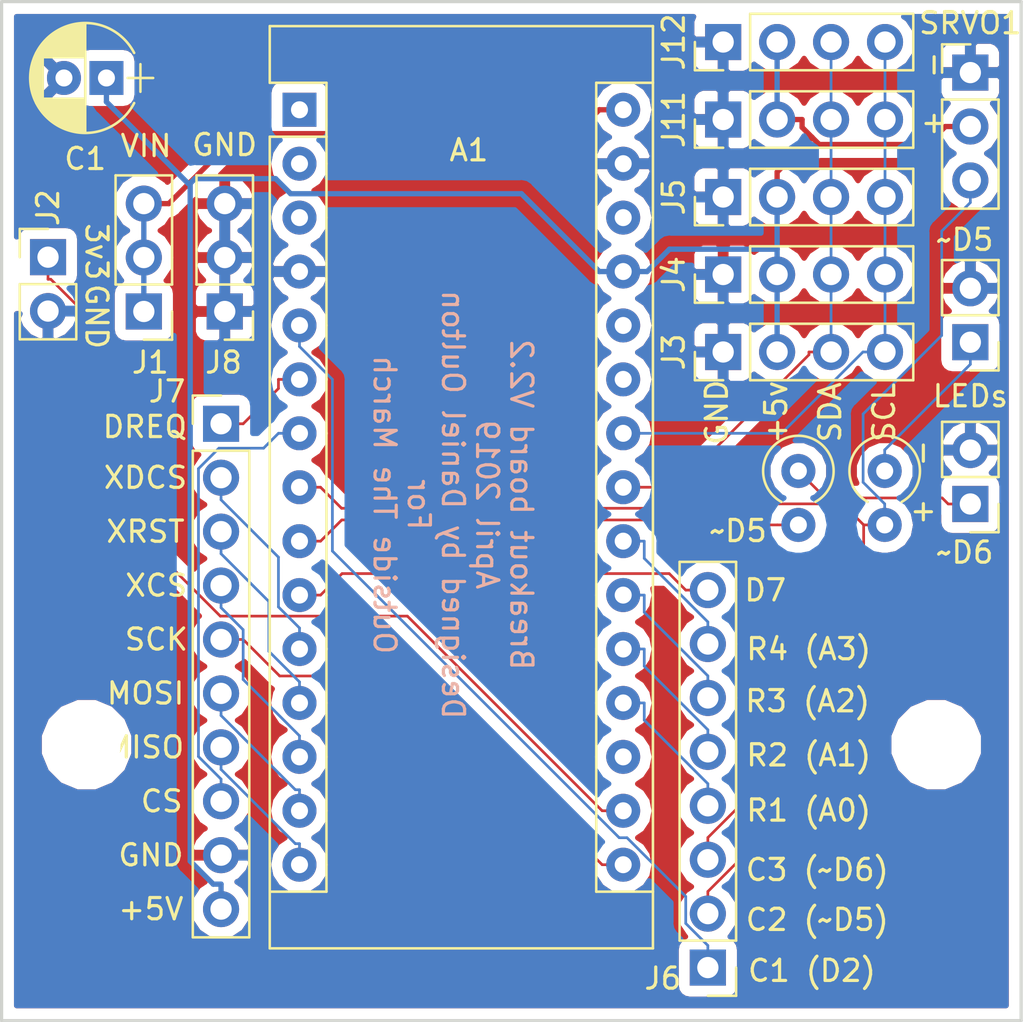
<source format=kicad_pcb>
(kicad_pcb (version 20171130) (host pcbnew "(5.0.1-3-g963ef8bb5)")

  (general
    (thickness 1.6)
    (drawings 41)
    (tracks 161)
    (zones 0)
    (modules 19)
    (nets 32)
  )

  (page A4)
  (layers
    (0 F.Cu signal)
    (31 B.Cu signal)
    (32 B.Adhes user)
    (33 F.Adhes user)
    (34 B.Paste user)
    (35 F.Paste user)
    (36 B.SilkS user)
    (37 F.SilkS user)
    (38 B.Mask user)
    (39 F.Mask user)
    (40 Dwgs.User user)
    (41 Cmts.User user)
    (42 Eco1.User user)
    (43 Eco2.User user)
    (44 Edge.Cuts user)
    (45 Margin user)
    (46 B.CrtYd user)
    (47 F.CrtYd user)
    (48 B.Fab user hide)
    (49 F.Fab user hide)
  )

  (setup
    (last_trace_width 0.127)
    (trace_clearance 0.127)
    (zone_clearance 0.508)
    (zone_45_only no)
    (trace_min 0.0889)
    (segment_width 0.2)
    (edge_width 0.15)
    (via_size 0.8)
    (via_drill 0.4)
    (via_min_size 0.4)
    (via_min_drill 0.3)
    (uvia_size 0.3)
    (uvia_drill 0.1)
    (uvias_allowed no)
    (uvia_min_size 0.2)
    (uvia_min_drill 0.1)
    (pcb_text_width 0.15)
    (pcb_text_size 1 1)
    (mod_edge_width 0.15)
    (mod_text_size 1 1)
    (mod_text_width 0.15)
    (pad_size 1.524 1.524)
    (pad_drill 0.762)
    (pad_to_mask_clearance 0.051)
    (solder_mask_min_width 0.25)
    (aux_axis_origin 0 0)
    (grid_origin 93.95 103.6)
    (visible_elements FFFFFF7F)
    (pcbplotparams
      (layerselection 0x010fc_ffffffff)
      (usegerberextensions false)
      (usegerberattributes true)
      (usegerberadvancedattributes false)
      (creategerberjobfile false)
      (excludeedgelayer true)
      (linewidth 0.100000)
      (plotframeref false)
      (viasonmask false)
      (mode 1)
      (useauxorigin false)
      (hpglpennumber 1)
      (hpglpenspeed 20)
      (hpglpendiameter 15.000000)
      (psnegative false)
      (psa4output false)
      (plotreference true)
      (plotvalue true)
      (plotinvisibletext false)
      (padsonsilk false)
      (subtractmaskfromsilk false)
      (outputformat 1)
      (mirror false)
      (drillshape 0)
      (scaleselection 1)
      (outputdirectory "./GerberV2.2"))
  )

  (net 0 "")
  (net 1 /SCK)
  (net 2 /MISO)
  (net 3 +VDC)
  (net 4 /MOSI)
  (net 5 GND)
  (net 6 /XCS)
  (net 7 "Net-(A1-Pad28)")
  (net 8 /XRESET)
  (net 9 +5V)
  (net 10 /XDCS)
  (net 11 "Net-(A1-Pad26)")
  (net 12 "Net-(A1-Pad25)")
  (net 13 /COL3)
  (net 14 /SCL)
  (net 15 /COL2)
  (net 16 /SDA)
  (net 17 /SDCS)
  (net 18 /ROW4)
  (net 19 /DREQ)
  (net 20 /ROW3)
  (net 21 /COL1)
  (net 22 /ROW2)
  (net 23 /ROW1)
  (net 24 "Net-(A1-Pad3)")
  (net 25 "Net-(A1-Pad18)")
  (net 26 /RX)
  (net 27 /TX)
  (net 28 "Net-(J9-Pad1)")
  (net 29 "Net-(J10-Pad1)")
  (net 30 +3V3)
  (net 31 /D7)

  (net_class Default "This is the default net class."
    (clearance 0.127)
    (trace_width 0.127)
    (via_dia 0.8)
    (via_drill 0.4)
    (uvia_dia 0.3)
    (uvia_drill 0.1)
    (add_net +3V3)
    (add_net /COL1)
    (add_net /COL2)
    (add_net /COL3)
    (add_net /D7)
    (add_net /DREQ)
    (add_net /MISO)
    (add_net /MOSI)
    (add_net /ROW1)
    (add_net /ROW2)
    (add_net /ROW3)
    (add_net /ROW4)
    (add_net /RX)
    (add_net /SCK)
    (add_net /SCL)
    (add_net /SDA)
    (add_net /SDCS)
    (add_net /TX)
    (add_net /XCS)
    (add_net /XDCS)
    (add_net /XRESET)
    (add_net "Net-(A1-Pad18)")
    (add_net "Net-(A1-Pad25)")
    (add_net "Net-(A1-Pad26)")
    (add_net "Net-(A1-Pad28)")
    (add_net "Net-(A1-Pad3)")
    (add_net "Net-(J10-Pad1)")
    (add_net "Net-(J9-Pad1)")
  )

  (net_class Power ""
    (clearance 0.2)
    (trace_width 0.25)
    (via_dia 0.8)
    (via_drill 0.4)
    (uvia_dia 0.3)
    (uvia_drill 0.1)
    (add_net +5V)
    (add_net +VDC)
    (add_net GND)
  )

  (module Modules:Arduino_Nano (layer F.Cu) (tedit 58ACAF70) (tstamp 5C975338)
    (at 100.975 63.695)
    (descr "Arduino Nano, http://www.mouser.com/pdfdocs/Gravitech_Arduino_Nano3_0.pdf")
    (tags "Arduino Nano")
    (path /5C966190)
    (fp_text reference A1 (at 7.974999 1.904999) (layer F.SilkS)
      (effects (font (size 1 1) (thickness 0.15)))
    )
    (fp_text value Arduino_Nano_v3.x (at 8.89 19.05 90) (layer F.Fab)
      (effects (font (size 1 1) (thickness 0.15)))
    )
    (fp_line (start 16.75 42.16) (end -1.53 42.16) (layer F.CrtYd) (width 0.05))
    (fp_line (start 16.75 42.16) (end 16.75 -4.06) (layer F.CrtYd) (width 0.05))
    (fp_line (start -1.53 -4.06) (end -1.53 42.16) (layer F.CrtYd) (width 0.05))
    (fp_line (start -1.53 -4.06) (end 16.75 -4.06) (layer F.CrtYd) (width 0.05))
    (fp_line (start 16.51 -3.81) (end 16.51 39.37) (layer F.Fab) (width 0.1))
    (fp_line (start 0 -3.81) (end 16.51 -3.81) (layer F.Fab) (width 0.1))
    (fp_line (start -1.27 -2.54) (end 0 -3.81) (layer F.Fab) (width 0.1))
    (fp_line (start -1.27 39.37) (end -1.27 -2.54) (layer F.Fab) (width 0.1))
    (fp_line (start 16.51 39.37) (end -1.27 39.37) (layer F.Fab) (width 0.1))
    (fp_line (start 16.64 -3.94) (end -1.4 -3.94) (layer F.SilkS) (width 0.12))
    (fp_line (start 16.64 39.5) (end 16.64 -3.94) (layer F.SilkS) (width 0.12))
    (fp_line (start -1.4 39.5) (end 16.64 39.5) (layer F.SilkS) (width 0.12))
    (fp_line (start 3.81 41.91) (end 3.81 31.75) (layer F.Fab) (width 0.1))
    (fp_line (start 11.43 41.91) (end 3.81 41.91) (layer F.Fab) (width 0.1))
    (fp_line (start 11.43 31.75) (end 11.43 41.91) (layer F.Fab) (width 0.1))
    (fp_line (start 3.81 31.75) (end 11.43 31.75) (layer F.Fab) (width 0.1))
    (fp_line (start 1.27 36.83) (end -1.4 36.83) (layer F.SilkS) (width 0.12))
    (fp_line (start 1.27 1.27) (end 1.27 36.83) (layer F.SilkS) (width 0.12))
    (fp_line (start 1.27 1.27) (end -1.4 1.27) (layer F.SilkS) (width 0.12))
    (fp_line (start 13.97 36.83) (end 16.64 36.83) (layer F.SilkS) (width 0.12))
    (fp_line (start 13.97 -1.27) (end 13.97 36.83) (layer F.SilkS) (width 0.12))
    (fp_line (start 13.97 -1.27) (end 16.64 -1.27) (layer F.SilkS) (width 0.12))
    (fp_line (start -1.4 -3.94) (end -1.4 -1.27) (layer F.SilkS) (width 0.12))
    (fp_line (start -1.4 1.27) (end -1.4 39.5) (layer F.SilkS) (width 0.12))
    (fp_line (start 1.27 -1.27) (end -1.4 -1.27) (layer F.SilkS) (width 0.12))
    (fp_line (start 1.27 1.27) (end 1.27 -1.27) (layer F.SilkS) (width 0.12))
    (fp_text user %R (at 6.35 19.05 90) (layer F.Fab)
      (effects (font (size 1 1) (thickness 0.15)))
    )
    (pad 16 thru_hole oval (at 15.24 35.56) (size 1.6 1.6) (drill 0.8) (layers *.Cu *.Mask)
      (net 1 /SCK))
    (pad 15 thru_hole oval (at 0 35.56) (size 1.6 1.6) (drill 0.8) (layers *.Cu *.Mask)
      (net 2 /MISO))
    (pad 30 thru_hole oval (at 15.24 0) (size 1.6 1.6) (drill 0.8) (layers *.Cu *.Mask)
      (net 3 +VDC))
    (pad 14 thru_hole oval (at 0 33.02) (size 1.6 1.6) (drill 0.8) (layers *.Cu *.Mask)
      (net 4 /MOSI))
    (pad 29 thru_hole oval (at 15.24 2.54) (size 1.6 1.6) (drill 0.8) (layers *.Cu *.Mask)
      (net 5 GND))
    (pad 13 thru_hole oval (at 0 30.48) (size 1.6 1.6) (drill 0.8) (layers *.Cu *.Mask)
      (net 6 /XCS))
    (pad 28 thru_hole oval (at 15.24 5.08) (size 1.6 1.6) (drill 0.8) (layers *.Cu *.Mask)
      (net 7 "Net-(A1-Pad28)"))
    (pad 12 thru_hole oval (at 0 27.94) (size 1.6 1.6) (drill 0.8) (layers *.Cu *.Mask)
      (net 8 /XRESET))
    (pad 27 thru_hole oval (at 15.24 7.62) (size 1.6 1.6) (drill 0.8) (layers *.Cu *.Mask)
      (net 9 +5V))
    (pad 11 thru_hole oval (at 0 25.4) (size 1.6 1.6) (drill 0.8) (layers *.Cu *.Mask)
      (net 10 /XDCS))
    (pad 26 thru_hole oval (at 15.24 10.16) (size 1.6 1.6) (drill 0.8) (layers *.Cu *.Mask)
      (net 11 "Net-(A1-Pad26)"))
    (pad 10 thru_hole oval (at 0 22.86) (size 1.6 1.6) (drill 0.8) (layers *.Cu *.Mask)
      (net 31 /D7))
    (pad 25 thru_hole oval (at 15.24 12.7) (size 1.6 1.6) (drill 0.8) (layers *.Cu *.Mask)
      (net 12 "Net-(A1-Pad25)"))
    (pad 9 thru_hole oval (at 0 20.32) (size 1.6 1.6) (drill 0.8) (layers *.Cu *.Mask)
      (net 13 /COL3))
    (pad 24 thru_hole oval (at 15.24 15.24) (size 1.6 1.6) (drill 0.8) (layers *.Cu *.Mask)
      (net 14 /SCL))
    (pad 8 thru_hole oval (at 0 17.78) (size 1.6 1.6) (drill 0.8) (layers *.Cu *.Mask)
      (net 15 /COL2))
    (pad 23 thru_hole oval (at 15.24 17.78) (size 1.6 1.6) (drill 0.8) (layers *.Cu *.Mask)
      (net 16 /SDA))
    (pad 7 thru_hole oval (at 0 15.24) (size 1.6 1.6) (drill 0.8) (layers *.Cu *.Mask)
      (net 17 /SDCS))
    (pad 22 thru_hole oval (at 15.24 20.32) (size 1.6 1.6) (drill 0.8) (layers *.Cu *.Mask)
      (net 18 /ROW4))
    (pad 6 thru_hole oval (at 0 12.7) (size 1.6 1.6) (drill 0.8) (layers *.Cu *.Mask)
      (net 19 /DREQ))
    (pad 21 thru_hole oval (at 15.24 22.86) (size 1.6 1.6) (drill 0.8) (layers *.Cu *.Mask)
      (net 20 /ROW3))
    (pad 5 thru_hole oval (at 0 10.16) (size 1.6 1.6) (drill 0.8) (layers *.Cu *.Mask)
      (net 21 /COL1))
    (pad 20 thru_hole oval (at 15.24 25.4) (size 1.6 1.6) (drill 0.8) (layers *.Cu *.Mask)
      (net 22 /ROW2))
    (pad 4 thru_hole oval (at 0 7.62) (size 1.6 1.6) (drill 0.8) (layers *.Cu *.Mask)
      (net 5 GND))
    (pad 19 thru_hole oval (at 15.24 27.94) (size 1.6 1.6) (drill 0.8) (layers *.Cu *.Mask)
      (net 23 /ROW1))
    (pad 3 thru_hole oval (at 0 5.08) (size 1.6 1.6) (drill 0.8) (layers *.Cu *.Mask)
      (net 24 "Net-(A1-Pad3)"))
    (pad 18 thru_hole oval (at 15.24 30.48) (size 1.6 1.6) (drill 0.8) (layers *.Cu *.Mask)
      (net 25 "Net-(A1-Pad18)"))
    (pad 2 thru_hole oval (at 0 2.54) (size 1.6 1.6) (drill 0.8) (layers *.Cu *.Mask)
      (net 26 /RX))
    (pad 17 thru_hole oval (at 15.24 33.02) (size 1.6 1.6) (drill 0.8) (layers *.Cu *.Mask)
      (net 30 +3V3))
    (pad 1 thru_hole rect (at 0 0) (size 1.6 1.6) (drill 0.8) (layers *.Cu *.Mask)
      (net 27 /TX))
  )

  (module Pin_Headers:Pin_Header_Straight_1x10_Pitch2.54mm (layer F.Cu) (tedit 59650532) (tstamp 5C9931B8)
    (at 97.282 78.486)
    (descr "Through hole straight pin header, 1x10, 2.54mm pitch, single row")
    (tags "Through hole pin header THT 1x10 2.54mm single row")
    (path /5C9681BB)
    (fp_text reference J7 (at -2.54 -1.524) (layer F.SilkS)
      (effects (font (size 1 1) (thickness 0.15)))
    )
    (fp_text value Conn_01x10_Female (at 0 25.19) (layer F.Fab)
      (effects (font (size 1 1) (thickness 0.15)))
    )
    (fp_text user %R (at 0 11.43 90) (layer F.Fab)
      (effects (font (size 1 1) (thickness 0.15)))
    )
    (fp_line (start 1.8 -1.8) (end -1.8 -1.8) (layer F.CrtYd) (width 0.05))
    (fp_line (start 1.8 24.65) (end 1.8 -1.8) (layer F.CrtYd) (width 0.05))
    (fp_line (start -1.8 24.65) (end 1.8 24.65) (layer F.CrtYd) (width 0.05))
    (fp_line (start -1.8 -1.8) (end -1.8 24.65) (layer F.CrtYd) (width 0.05))
    (fp_line (start -1.33 -1.33) (end 0 -1.33) (layer F.SilkS) (width 0.12))
    (fp_line (start -1.33 0) (end -1.33 -1.33) (layer F.SilkS) (width 0.12))
    (fp_line (start -1.33 1.27) (end 1.33 1.27) (layer F.SilkS) (width 0.12))
    (fp_line (start 1.33 1.27) (end 1.33 24.19) (layer F.SilkS) (width 0.12))
    (fp_line (start -1.33 1.27) (end -1.33 24.19) (layer F.SilkS) (width 0.12))
    (fp_line (start -1.33 24.19) (end 1.33 24.19) (layer F.SilkS) (width 0.12))
    (fp_line (start -1.27 -0.635) (end -0.635 -1.27) (layer F.Fab) (width 0.1))
    (fp_line (start -1.27 24.13) (end -1.27 -0.635) (layer F.Fab) (width 0.1))
    (fp_line (start 1.27 24.13) (end -1.27 24.13) (layer F.Fab) (width 0.1))
    (fp_line (start 1.27 -1.27) (end 1.27 24.13) (layer F.Fab) (width 0.1))
    (fp_line (start -0.635 -1.27) (end 1.27 -1.27) (layer F.Fab) (width 0.1))
    (pad 10 thru_hole oval (at 0 22.86) (size 1.7 1.7) (drill 1) (layers *.Cu *.Mask)
      (net 9 +5V))
    (pad 9 thru_hole oval (at 0 20.32) (size 1.7 1.7) (drill 1) (layers *.Cu *.Mask)
      (net 5 GND))
    (pad 8 thru_hole oval (at 0 17.78) (size 1.7 1.7) (drill 1) (layers *.Cu *.Mask)
      (net 17 /SDCS))
    (pad 7 thru_hole oval (at 0 15.24) (size 1.7 1.7) (drill 1) (layers *.Cu *.Mask)
      (net 2 /MISO))
    (pad 6 thru_hole oval (at 0 12.7) (size 1.7 1.7) (drill 1) (layers *.Cu *.Mask)
      (net 4 /MOSI))
    (pad 5 thru_hole oval (at 0 10.16) (size 1.7 1.7) (drill 1) (layers *.Cu *.Mask)
      (net 1 /SCK))
    (pad 4 thru_hole oval (at 0 7.62) (size 1.7 1.7) (drill 1) (layers *.Cu *.Mask)
      (net 6 /XCS))
    (pad 3 thru_hole oval (at 0 5.08) (size 1.7 1.7) (drill 1) (layers *.Cu *.Mask)
      (net 8 /XRESET))
    (pad 2 thru_hole oval (at 0 2.54) (size 1.7 1.7) (drill 1) (layers *.Cu *.Mask)
      (net 10 /XDCS))
    (pad 1 thru_hole rect (at 0 0) (size 1.7 1.7) (drill 1) (layers *.Cu *.Mask)
      (net 19 /DREQ))
    (model ${KISYS3DMOD}/Pin_Headers.3dshapes/Pin_Header_Straight_1x10_Pitch2.54mm.wrl
      (at (xyz 0 0 0))
      (scale (xyz 1 1 1))
      (rotate (xyz 0 0 0))
    )
  )

  (module Pin_Headers:Pin_Header_Straight_1x03_Pitch2.54mm (layer F.Cu) (tedit 59650532) (tstamp 5C984642)
    (at 93.646 73.196 180)
    (descr "Through hole straight pin header, 1x03, 2.54mm pitch, single row")
    (tags "Through hole pin header THT 1x03 2.54mm single row")
    (path /5C9674B3)
    (fp_text reference J1 (at -0.304 -2.404 180) (layer F.SilkS)
      (effects (font (size 1 1) (thickness 0.15)))
    )
    (fp_text value Conn_01x03_Female (at 0 7.41 180) (layer F.Fab)
      (effects (font (size 1 1) (thickness 0.15)))
    )
    (fp_text user %R (at 0 2.54 270) (layer F.Fab)
      (effects (font (size 1 1) (thickness 0.15)))
    )
    (fp_line (start 1.8 -1.8) (end -1.8 -1.8) (layer F.CrtYd) (width 0.05))
    (fp_line (start 1.8 6.85) (end 1.8 -1.8) (layer F.CrtYd) (width 0.05))
    (fp_line (start -1.8 6.85) (end 1.8 6.85) (layer F.CrtYd) (width 0.05))
    (fp_line (start -1.8 -1.8) (end -1.8 6.85) (layer F.CrtYd) (width 0.05))
    (fp_line (start -1.33 -1.33) (end 0 -1.33) (layer F.SilkS) (width 0.12))
    (fp_line (start -1.33 0) (end -1.33 -1.33) (layer F.SilkS) (width 0.12))
    (fp_line (start -1.33 1.27) (end 1.33 1.27) (layer F.SilkS) (width 0.12))
    (fp_line (start 1.33 1.27) (end 1.33 6.41) (layer F.SilkS) (width 0.12))
    (fp_line (start -1.33 1.27) (end -1.33 6.41) (layer F.SilkS) (width 0.12))
    (fp_line (start -1.33 6.41) (end 1.33 6.41) (layer F.SilkS) (width 0.12))
    (fp_line (start -1.27 -0.635) (end -0.635 -1.27) (layer F.Fab) (width 0.1))
    (fp_line (start -1.27 6.35) (end -1.27 -0.635) (layer F.Fab) (width 0.1))
    (fp_line (start 1.27 6.35) (end -1.27 6.35) (layer F.Fab) (width 0.1))
    (fp_line (start 1.27 -1.27) (end 1.27 6.35) (layer F.Fab) (width 0.1))
    (fp_line (start -0.635 -1.27) (end 1.27 -1.27) (layer F.Fab) (width 0.1))
    (pad 3 thru_hole oval (at 0 5.08 180) (size 1.7 1.7) (drill 1) (layers *.Cu *.Mask)
      (net 3 +VDC))
    (pad 2 thru_hole oval (at 0 2.54 180) (size 1.7 1.7) (drill 1) (layers *.Cu *.Mask)
      (net 3 +VDC))
    (pad 1 thru_hole rect (at 0 0 180) (size 1.7 1.7) (drill 1) (layers *.Cu *.Mask)
      (net 3 +VDC))
    (model ${KISYS3DMOD}/Pin_Headers.3dshapes/Pin_Header_Straight_1x03_Pitch2.54mm.wrl
      (at (xyz 0 0 0))
      (scale (xyz 1 1 1))
      (rotate (xyz 0 0 0))
    )
  )

  (module Pin_Headers:Pin_Header_Straight_1x03_Pitch2.54mm (layer F.Cu) (tedit 59650532) (tstamp 5C992D36)
    (at 97.456 73.196 180)
    (descr "Through hole straight pin header, 1x03, 2.54mm pitch, single row")
    (tags "Through hole pin header THT 1x03 2.54mm single row")
    (path /5C9692AA)
    (fp_text reference J8 (at 0.056 -2.404 180) (layer F.SilkS)
      (effects (font (size 1 1) (thickness 0.15)))
    )
    (fp_text value Conn_01x03_Female (at 0 7.41 180) (layer F.Fab)
      (effects (font (size 1 1) (thickness 0.15)))
    )
    (fp_text user %R (at 0 2.54 270) (layer F.Fab)
      (effects (font (size 1 1) (thickness 0.15)))
    )
    (fp_line (start 1.8 -1.8) (end -1.8 -1.8) (layer F.CrtYd) (width 0.05))
    (fp_line (start 1.8 6.85) (end 1.8 -1.8) (layer F.CrtYd) (width 0.05))
    (fp_line (start -1.8 6.85) (end 1.8 6.85) (layer F.CrtYd) (width 0.05))
    (fp_line (start -1.8 -1.8) (end -1.8 6.85) (layer F.CrtYd) (width 0.05))
    (fp_line (start -1.33 -1.33) (end 0 -1.33) (layer F.SilkS) (width 0.12))
    (fp_line (start -1.33 0) (end -1.33 -1.33) (layer F.SilkS) (width 0.12))
    (fp_line (start -1.33 1.27) (end 1.33 1.27) (layer F.SilkS) (width 0.12))
    (fp_line (start 1.33 1.27) (end 1.33 6.41) (layer F.SilkS) (width 0.12))
    (fp_line (start -1.33 1.27) (end -1.33 6.41) (layer F.SilkS) (width 0.12))
    (fp_line (start -1.33 6.41) (end 1.33 6.41) (layer F.SilkS) (width 0.12))
    (fp_line (start -1.27 -0.635) (end -0.635 -1.27) (layer F.Fab) (width 0.1))
    (fp_line (start -1.27 6.35) (end -1.27 -0.635) (layer F.Fab) (width 0.1))
    (fp_line (start 1.27 6.35) (end -1.27 6.35) (layer F.Fab) (width 0.1))
    (fp_line (start 1.27 -1.27) (end 1.27 6.35) (layer F.Fab) (width 0.1))
    (fp_line (start -0.635 -1.27) (end 1.27 -1.27) (layer F.Fab) (width 0.1))
    (pad 3 thru_hole oval (at 0 5.08 180) (size 1.7 1.7) (drill 1) (layers *.Cu *.Mask)
      (net 5 GND))
    (pad 2 thru_hole oval (at 0 2.54 180) (size 1.7 1.7) (drill 1) (layers *.Cu *.Mask)
      (net 5 GND))
    (pad 1 thru_hole rect (at 0 0 180) (size 1.7 1.7) (drill 1) (layers *.Cu *.Mask)
      (net 5 GND))
    (model ${KISYS3DMOD}/Pin_Headers.3dshapes/Pin_Header_Straight_1x03_Pitch2.54mm.wrl
      (at (xyz 0 0 0))
      (scale (xyz 1 1 1))
      (rotate (xyz 0 0 0))
    )
  )

  (module Pin_Headers:Pin_Header_Straight_1x02_Pitch2.54mm (layer F.Cu) (tedit 5C9675B6) (tstamp 5C9B09AA)
    (at 132.558 74.644 180)
    (descr "Through hole straight pin header, 1x02, 2.54mm pitch, single row")
    (tags "Through hole pin header THT 1x02 2.54mm single row")
    (path /5C9699C5)
    (fp_text reference J9 (at 0 -2.33 180) (layer F.Fab)
      (effects (font (size 1 1) (thickness 0.15)))
    )
    (fp_text value Conn_01x02_Female (at 0 4.87 180) (layer F.Fab)
      (effects (font (size 1 1) (thickness 0.15)))
    )
    (fp_text user %R (at 0 1.27 270) (layer F.Fab)
      (effects (font (size 1 1) (thickness 0.15)))
    )
    (fp_line (start 1.8 -1.8) (end -1.8 -1.8) (layer F.CrtYd) (width 0.05))
    (fp_line (start 1.8 4.35) (end 1.8 -1.8) (layer F.CrtYd) (width 0.05))
    (fp_line (start -1.8 4.35) (end 1.8 4.35) (layer F.CrtYd) (width 0.05))
    (fp_line (start -1.8 -1.8) (end -1.8 4.35) (layer F.CrtYd) (width 0.05))
    (fp_line (start -1.33 -1.33) (end 0 -1.33) (layer F.SilkS) (width 0.12))
    (fp_line (start -1.33 0) (end -1.33 -1.33) (layer F.SilkS) (width 0.12))
    (fp_line (start -1.33 1.27) (end 1.33 1.27) (layer F.SilkS) (width 0.12))
    (fp_line (start 1.33 1.27) (end 1.33 3.87) (layer F.SilkS) (width 0.12))
    (fp_line (start -1.33 1.27) (end -1.33 3.87) (layer F.SilkS) (width 0.12))
    (fp_line (start -1.33 3.87) (end 1.33 3.87) (layer F.SilkS) (width 0.12))
    (fp_line (start -1.27 -0.635) (end -0.635 -1.27) (layer F.Fab) (width 0.1))
    (fp_line (start -1.27 3.81) (end -1.27 -0.635) (layer F.Fab) (width 0.1))
    (fp_line (start 1.27 3.81) (end -1.27 3.81) (layer F.Fab) (width 0.1))
    (fp_line (start 1.27 -1.27) (end 1.27 3.81) (layer F.Fab) (width 0.1))
    (fp_line (start -0.635 -1.27) (end 1.27 -1.27) (layer F.Fab) (width 0.1))
    (pad 2 thru_hole oval (at 0 2.54 180) (size 1.7 1.7) (drill 1) (layers *.Cu *.Mask)
      (net 5 GND))
    (pad 1 thru_hole rect (at 0 0 180) (size 1.7 1.7) (drill 1) (layers *.Cu *.Mask)
      (net 28 "Net-(J9-Pad1)"))
    (model ${KISYS3DMOD}/Pin_Headers.3dshapes/Pin_Header_Straight_1x02_Pitch2.54mm.wrl
      (at (xyz 0 0 0))
      (scale (xyz 1 1 1))
      (rotate (xyz 0 0 0))
    )
  )

  (module Pin_Headers:Pin_Header_Straight_1x02_Pitch2.54mm (layer F.Cu) (tedit 5C9675C4) (tstamp 5CCC5432)
    (at 132.558 82.264 180)
    (descr "Through hole straight pin header, 1x02, 2.54mm pitch, single row")
    (tags "Through hole pin header THT 1x02 2.54mm single row")
    (path /5C969BDA)
    (fp_text reference J10 (at 0.254 5.08 180) (layer F.Fab)
      (effects (font (size 1 1) (thickness 0.15)))
    )
    (fp_text value Conn_01x02_Female (at 0 4.87 180) (layer F.Fab)
      (effects (font (size 1 1) (thickness 0.15)))
    )
    (fp_line (start -0.635 -1.27) (end 1.27 -1.27) (layer F.Fab) (width 0.1))
    (fp_line (start 1.27 -1.27) (end 1.27 3.81) (layer F.Fab) (width 0.1))
    (fp_line (start 1.27 3.81) (end -1.27 3.81) (layer F.Fab) (width 0.1))
    (fp_line (start -1.27 3.81) (end -1.27 -0.635) (layer F.Fab) (width 0.1))
    (fp_line (start -1.27 -0.635) (end -0.635 -1.27) (layer F.Fab) (width 0.1))
    (fp_line (start -1.33 3.87) (end 1.33 3.87) (layer F.SilkS) (width 0.12))
    (fp_line (start -1.33 1.27) (end -1.33 3.87) (layer F.SilkS) (width 0.12))
    (fp_line (start 1.33 1.27) (end 1.33 3.87) (layer F.SilkS) (width 0.12))
    (fp_line (start -1.33 1.27) (end 1.33 1.27) (layer F.SilkS) (width 0.12))
    (fp_line (start -1.33 0) (end -1.33 -1.33) (layer F.SilkS) (width 0.12))
    (fp_line (start -1.33 -1.33) (end 0 -1.33) (layer F.SilkS) (width 0.12))
    (fp_line (start -1.8 -1.8) (end -1.8 4.35) (layer F.CrtYd) (width 0.05))
    (fp_line (start -1.8 4.35) (end 1.8 4.35) (layer F.CrtYd) (width 0.05))
    (fp_line (start 1.8 4.35) (end 1.8 -1.8) (layer F.CrtYd) (width 0.05))
    (fp_line (start 1.8 -1.8) (end -1.8 -1.8) (layer F.CrtYd) (width 0.05))
    (fp_text user %R (at 0 1.27 270) (layer F.Fab)
      (effects (font (size 1 1) (thickness 0.15)))
    )
    (pad 1 thru_hole rect (at 0 0 180) (size 1.7 1.7) (drill 1) (layers *.Cu *.Mask)
      (net 29 "Net-(J10-Pad1)"))
    (pad 2 thru_hole oval (at 0 2.54 180) (size 1.7 1.7) (drill 1) (layers *.Cu *.Mask)
      (net 5 GND))
    (model ${KISYS3DMOD}/Pin_Headers.3dshapes/Pin_Header_Straight_1x02_Pitch2.54mm.wrl
      (at (xyz 0 0 0))
      (scale (xyz 1 1 1))
      (rotate (xyz 0 0 0))
    )
  )

  (module Resistors_THT:R_Axial_DIN0309_L9.0mm_D3.2mm_P2.54mm_Vertical (layer F.Cu) (tedit 5C9675AE) (tstamp 5CCC56BD)
    (at 128.526 80.71 270)
    (descr "Resistor, Axial_DIN0309 series, Axial, Vertical, pin pitch=2.54mm, 0.5W = 1/2W, length*diameter=9*3.2mm^2, http://cdn-reichelt.de/documents/datenblatt/B400/1_4W%23YAG.pdf")
    (tags "Resistor Axial_DIN0309 series Axial Vertical pin pitch 2.54mm 0.5W = 1/2W length 9mm diameter 3.2mm")
    (path /5C969A33)
    (fp_text reference R1 (at -1.524 -2.286 270) (layer F.Fab)
      (effects (font (size 1 1) (thickness 0.15)))
    )
    (fp_text value R (at 1.27 2.66 270) (layer F.Fab)
      (effects (font (size 1 1) (thickness 0.15)))
    )
    (fp_line (start 3.65 -1.95) (end -1.95 -1.95) (layer F.CrtYd) (width 0.05))
    (fp_line (start 3.65 1.95) (end 3.65 -1.95) (layer F.CrtYd) (width 0.05))
    (fp_line (start -1.95 1.95) (end 3.65 1.95) (layer F.CrtYd) (width 0.05))
    (fp_line (start -1.95 -1.95) (end -1.95 1.95) (layer F.CrtYd) (width 0.05))
    (fp_line (start 0 0) (end 2.54 0) (layer F.Fab) (width 0.1))
    (fp_circle (center 0 0) (end 1.6 0) (layer F.Fab) (width 0.1))
    (fp_arc (start 0 0) (end 1.45451 -0.8) (angle -302.4) (layer F.SilkS) (width 0.12))
    (pad 2 thru_hole oval (at 2.54 0 270) (size 1.6 1.6) (drill 0.8) (layers *.Cu *.Mask)
      (net 15 /COL2))
    (pad 1 thru_hole circle (at 0 0 270) (size 1.6 1.6) (drill 0.8) (layers *.Cu *.Mask)
      (net 28 "Net-(J9-Pad1)"))
    (model ${KISYS3DMOD}/Resistors_THT.3dshapes/R_Axial_DIN0309_L9.0mm_D3.2mm_P2.54mm_Vertical.wrl
      (at (xyz 0 0 0))
      (scale (xyz 0.393701 0.393701 0.393701))
      (rotate (xyz 0 0 0))
    )
  )

  (module Resistors_THT:R_Axial_DIN0309_L9.0mm_D3.2mm_P2.54mm_Vertical (layer F.Cu) (tedit 5C9675BE) (tstamp 5CCC56E1)
    (at 124.462 80.71 270)
    (descr "Resistor, Axial_DIN0309 series, Axial, Vertical, pin pitch=2.54mm, 0.5W = 1/2W, length*diameter=9*3.2mm^2, http://cdn-reichelt.de/documents/datenblatt/B400/1_4W%23YAG.pdf")
    (tags "Resistor Axial_DIN0309 series Axial Vertical pin pitch 2.54mm 0.5W = 1/2W length 9mm diameter 3.2mm")
    (path /5C969ACD)
    (fp_text reference R2 (at 2.794 1.524 270) (layer F.Fab)
      (effects (font (size 1 1) (thickness 0.15)))
    )
    (fp_text value R (at 1.27 2.66 270) (layer F.Fab)
      (effects (font (size 1 1) (thickness 0.15)))
    )
    (fp_arc (start 0 0) (end 1.45451 -0.8) (angle -302.4) (layer F.SilkS) (width 0.12))
    (fp_circle (center 0 0) (end 1.6 0) (layer F.Fab) (width 0.1))
    (fp_line (start 0 0) (end 2.54 0) (layer F.Fab) (width 0.1))
    (fp_line (start -1.95 -1.95) (end -1.95 1.95) (layer F.CrtYd) (width 0.05))
    (fp_line (start -1.95 1.95) (end 3.65 1.95) (layer F.CrtYd) (width 0.05))
    (fp_line (start 3.65 1.95) (end 3.65 -1.95) (layer F.CrtYd) (width 0.05))
    (fp_line (start 3.65 -1.95) (end -1.95 -1.95) (layer F.CrtYd) (width 0.05))
    (pad 1 thru_hole circle (at 0 0 270) (size 1.6 1.6) (drill 0.8) (layers *.Cu *.Mask)
      (net 29 "Net-(J10-Pad1)"))
    (pad 2 thru_hole oval (at 2.54 0 270) (size 1.6 1.6) (drill 0.8) (layers *.Cu *.Mask)
      (net 13 /COL3))
    (model ${KISYS3DMOD}/Resistors_THT.3dshapes/R_Axial_DIN0309_L9.0mm_D3.2mm_P2.54mm_Vertical.wrl
      (at (xyz 0 0 0))
      (scale (xyz 0.393701 0.393701 0.393701))
      (rotate (xyz 0 0 0))
    )
  )

  (module Pin_Headers:Pin_Header_Straight_1x02_Pitch2.54mm (layer F.Cu) (tedit 59650532) (tstamp 5C9F267D)
    (at 89.136 70.638)
    (descr "Through hole straight pin header, 1x02, 2.54mm pitch, single row")
    (tags "Through hole pin header THT 1x02 2.54mm single row")
    (path /5C9E4B72)
    (fp_text reference J2 (at 0 -2.33 90) (layer F.SilkS)
      (effects (font (size 1 1) (thickness 0.15)))
    )
    (fp_text value Conn_01x02_Female (at 0 4.87) (layer F.Fab)
      (effects (font (size 1 1) (thickness 0.15)))
    )
    (fp_text user %R (at 0 1.27 90) (layer F.Fab)
      (effects (font (size 1 1) (thickness 0.15)))
    )
    (fp_line (start 1.8 -1.8) (end -1.8 -1.8) (layer F.CrtYd) (width 0.05))
    (fp_line (start 1.8 4.35) (end 1.8 -1.8) (layer F.CrtYd) (width 0.05))
    (fp_line (start -1.8 4.35) (end 1.8 4.35) (layer F.CrtYd) (width 0.05))
    (fp_line (start -1.8 -1.8) (end -1.8 4.35) (layer F.CrtYd) (width 0.05))
    (fp_line (start -1.33 -1.33) (end 0 -1.33) (layer F.SilkS) (width 0.12))
    (fp_line (start -1.33 0) (end -1.33 -1.33) (layer F.SilkS) (width 0.12))
    (fp_line (start -1.33 1.27) (end 1.33 1.27) (layer F.SilkS) (width 0.12))
    (fp_line (start 1.33 1.27) (end 1.33 3.87) (layer F.SilkS) (width 0.12))
    (fp_line (start -1.33 1.27) (end -1.33 3.87) (layer F.SilkS) (width 0.12))
    (fp_line (start -1.33 3.87) (end 1.33 3.87) (layer F.SilkS) (width 0.12))
    (fp_line (start -1.27 -0.635) (end -0.635 -1.27) (layer F.Fab) (width 0.1))
    (fp_line (start -1.27 3.81) (end -1.27 -0.635) (layer F.Fab) (width 0.1))
    (fp_line (start 1.27 3.81) (end -1.27 3.81) (layer F.Fab) (width 0.1))
    (fp_line (start 1.27 -1.27) (end 1.27 3.81) (layer F.Fab) (width 0.1))
    (fp_line (start -0.635 -1.27) (end 1.27 -1.27) (layer F.Fab) (width 0.1))
    (pad 2 thru_hole oval (at 0 2.54) (size 1.7 1.7) (drill 1) (layers *.Cu *.Mask)
      (net 5 GND))
    (pad 1 thru_hole rect (at 0 0) (size 1.7 1.7) (drill 1) (layers *.Cu *.Mask)
      (net 30 +3V3))
    (model ${KISYS3DMOD}/Pin_Headers.3dshapes/Pin_Header_Straight_1x02_Pitch2.54mm.wrl
      (at (xyz 0 0 0))
      (scale (xyz 1 1 1))
      (rotate (xyz 0 0 0))
    )
  )

  (module Mounting_Holes:MountingHole_3.2mm_M3 (layer F.Cu) (tedit 5CC89B35) (tstamp 5CCC4D94)
    (at 90.95 93.6)
    (descr "Mounting Hole 3.2mm, no annular, M3")
    (tags "mounting hole 3.2mm no annular m3")
    (attr virtual)
    (fp_text reference H2 (at 0 -4.2) (layer F.Fab)
      (effects (font (size 1 1) (thickness 0.15)))
    )
    (fp_text value MountingHole_3.2mm_M3 (at 0 4.2) (layer F.Fab)
      (effects (font (size 1 1) (thickness 0.15)))
    )
    (fp_text user %R (at 0.3 0) (layer F.Fab)
      (effects (font (size 1 1) (thickness 0.15)))
    )
    (fp_circle (center 0 0) (end 3.2 0) (layer Cmts.User) (width 0.15))
    (fp_circle (center 0 0) (end 3.45 0) (layer F.CrtYd) (width 0.05))
    (pad 1 np_thru_hole circle (at 0 0) (size 3.2 3.2) (drill 3.2) (layers *.Cu *.Mask))
  )

  (module Mounting_Holes:MountingHole_3.2mm_M3 (layer F.Cu) (tedit 5CC89B3A) (tstamp 5CA00EA2)
    (at 130.95 93.6)
    (descr "Mounting Hole 3.2mm, no annular, M3")
    (tags "mounting hole 3.2mm no annular m3")
    (attr virtual)
    (fp_text reference H1 (at 0.973 4.205) (layer F.Fab)
      (effects (font (size 1 1) (thickness 0.15)))
    )
    (fp_text value MountingHole_3.2mm_M3 (at 0 4.2) (layer F.Fab)
      (effects (font (size 1 1) (thickness 0.15)))
    )
    (fp_text user %R (at 0.3 0) (layer F.Fab)
      (effects (font (size 1 1) (thickness 0.15)))
    )
    (fp_circle (center 0 0) (end 3.2 0) (layer Cmts.User) (width 0.15))
    (fp_circle (center 0 0) (end 3.45 0) (layer F.CrtYd) (width 0.05))
    (pad 1 np_thru_hole circle (at 0 0) (size 3.2 3.2) (drill 3.2) (layers *.Cu *.Mask))
  )

  (module Capacitors_THT:CP_Radial_D5.0mm_P2.00mm (layer F.Cu) (tedit 597BC7C2) (tstamp 5CCC4498)
    (at 91.886 62.198 180)
    (descr "CP, Radial series, Radial, pin pitch=2.00mm, , diameter=5mm, Electrolytic Capacitor")
    (tags "CP Radial series Radial pin pitch 2.00mm  diameter 5mm Electrolytic Capacitor")
    (path /5CC8AB38)
    (fp_text reference C1 (at 1 -3.81 180) (layer F.SilkS)
      (effects (font (size 1 1) (thickness 0.15)))
    )
    (fp_text value CP (at 1 3.81 180) (layer F.Fab)
      (effects (font (size 1 1) (thickness 0.15)))
    )
    (fp_text user %R (at 1 0 180) (layer F.Fab)
      (effects (font (size 1 1) (thickness 0.15)))
    )
    (fp_line (start 3.85 -2.85) (end -1.85 -2.85) (layer F.CrtYd) (width 0.05))
    (fp_line (start 3.85 2.85) (end 3.85 -2.85) (layer F.CrtYd) (width 0.05))
    (fp_line (start -1.85 2.85) (end 3.85 2.85) (layer F.CrtYd) (width 0.05))
    (fp_line (start -1.85 -2.85) (end -1.85 2.85) (layer F.CrtYd) (width 0.05))
    (fp_line (start -1.6 -0.65) (end -1.6 0.65) (layer F.SilkS) (width 0.12))
    (fp_line (start -2.2 0) (end -1 0) (layer F.SilkS) (width 0.12))
    (fp_line (start 3.561 -0.354) (end 3.561 0.354) (layer F.SilkS) (width 0.12))
    (fp_line (start 3.521 -0.559) (end 3.521 0.559) (layer F.SilkS) (width 0.12))
    (fp_line (start 3.481 -0.707) (end 3.481 0.707) (layer F.SilkS) (width 0.12))
    (fp_line (start 3.441 -0.829) (end 3.441 0.829) (layer F.SilkS) (width 0.12))
    (fp_line (start 3.401 -0.934) (end 3.401 0.934) (layer F.SilkS) (width 0.12))
    (fp_line (start 3.361 -1.028) (end 3.361 1.028) (layer F.SilkS) (width 0.12))
    (fp_line (start 3.321 -1.112) (end 3.321 1.112) (layer F.SilkS) (width 0.12))
    (fp_line (start 3.281 -1.189) (end 3.281 1.189) (layer F.SilkS) (width 0.12))
    (fp_line (start 3.241 -1.261) (end 3.241 1.261) (layer F.SilkS) (width 0.12))
    (fp_line (start 3.201 -1.327) (end 3.201 1.327) (layer F.SilkS) (width 0.12))
    (fp_line (start 3.161 -1.39) (end 3.161 1.39) (layer F.SilkS) (width 0.12))
    (fp_line (start 3.121 -1.448) (end 3.121 1.448) (layer F.SilkS) (width 0.12))
    (fp_line (start 3.081 -1.504) (end 3.081 1.504) (layer F.SilkS) (width 0.12))
    (fp_line (start 3.041 -1.556) (end 3.041 1.556) (layer F.SilkS) (width 0.12))
    (fp_line (start 3.001 -1.606) (end 3.001 1.606) (layer F.SilkS) (width 0.12))
    (fp_line (start 2.961 0.98) (end 2.961 1.654) (layer F.SilkS) (width 0.12))
    (fp_line (start 2.961 -1.654) (end 2.961 -0.98) (layer F.SilkS) (width 0.12))
    (fp_line (start 2.921 0.98) (end 2.921 1.699) (layer F.SilkS) (width 0.12))
    (fp_line (start 2.921 -1.699) (end 2.921 -0.98) (layer F.SilkS) (width 0.12))
    (fp_line (start 2.881 0.98) (end 2.881 1.742) (layer F.SilkS) (width 0.12))
    (fp_line (start 2.881 -1.742) (end 2.881 -0.98) (layer F.SilkS) (width 0.12))
    (fp_line (start 2.841 0.98) (end 2.841 1.783) (layer F.SilkS) (width 0.12))
    (fp_line (start 2.841 -1.783) (end 2.841 -0.98) (layer F.SilkS) (width 0.12))
    (fp_line (start 2.801 0.98) (end 2.801 1.823) (layer F.SilkS) (width 0.12))
    (fp_line (start 2.801 -1.823) (end 2.801 -0.98) (layer F.SilkS) (width 0.12))
    (fp_line (start 2.761 0.98) (end 2.761 1.861) (layer F.SilkS) (width 0.12))
    (fp_line (start 2.761 -1.861) (end 2.761 -0.98) (layer F.SilkS) (width 0.12))
    (fp_line (start 2.721 0.98) (end 2.721 1.897) (layer F.SilkS) (width 0.12))
    (fp_line (start 2.721 -1.897) (end 2.721 -0.98) (layer F.SilkS) (width 0.12))
    (fp_line (start 2.681 0.98) (end 2.681 1.932) (layer F.SilkS) (width 0.12))
    (fp_line (start 2.681 -1.932) (end 2.681 -0.98) (layer F.SilkS) (width 0.12))
    (fp_line (start 2.641 0.98) (end 2.641 1.965) (layer F.SilkS) (width 0.12))
    (fp_line (start 2.641 -1.965) (end 2.641 -0.98) (layer F.SilkS) (width 0.12))
    (fp_line (start 2.601 0.98) (end 2.601 1.997) (layer F.SilkS) (width 0.12))
    (fp_line (start 2.601 -1.997) (end 2.601 -0.98) (layer F.SilkS) (width 0.12))
    (fp_line (start 2.561 0.98) (end 2.561 2.028) (layer F.SilkS) (width 0.12))
    (fp_line (start 2.561 -2.028) (end 2.561 -0.98) (layer F.SilkS) (width 0.12))
    (fp_line (start 2.521 0.98) (end 2.521 2.058) (layer F.SilkS) (width 0.12))
    (fp_line (start 2.521 -2.058) (end 2.521 -0.98) (layer F.SilkS) (width 0.12))
    (fp_line (start 2.481 0.98) (end 2.481 2.086) (layer F.SilkS) (width 0.12))
    (fp_line (start 2.481 -2.086) (end 2.481 -0.98) (layer F.SilkS) (width 0.12))
    (fp_line (start 2.441 0.98) (end 2.441 2.113) (layer F.SilkS) (width 0.12))
    (fp_line (start 2.441 -2.113) (end 2.441 -0.98) (layer F.SilkS) (width 0.12))
    (fp_line (start 2.401 0.98) (end 2.401 2.14) (layer F.SilkS) (width 0.12))
    (fp_line (start 2.401 -2.14) (end 2.401 -0.98) (layer F.SilkS) (width 0.12))
    (fp_line (start 2.361 0.98) (end 2.361 2.165) (layer F.SilkS) (width 0.12))
    (fp_line (start 2.361 -2.165) (end 2.361 -0.98) (layer F.SilkS) (width 0.12))
    (fp_line (start 2.321 0.98) (end 2.321 2.189) (layer F.SilkS) (width 0.12))
    (fp_line (start 2.321 -2.189) (end 2.321 -0.98) (layer F.SilkS) (width 0.12))
    (fp_line (start 2.281 0.98) (end 2.281 2.212) (layer F.SilkS) (width 0.12))
    (fp_line (start 2.281 -2.212) (end 2.281 -0.98) (layer F.SilkS) (width 0.12))
    (fp_line (start 2.241 0.98) (end 2.241 2.234) (layer F.SilkS) (width 0.12))
    (fp_line (start 2.241 -2.234) (end 2.241 -0.98) (layer F.SilkS) (width 0.12))
    (fp_line (start 2.201 0.98) (end 2.201 2.256) (layer F.SilkS) (width 0.12))
    (fp_line (start 2.201 -2.256) (end 2.201 -0.98) (layer F.SilkS) (width 0.12))
    (fp_line (start 2.161 0.98) (end 2.161 2.276) (layer F.SilkS) (width 0.12))
    (fp_line (start 2.161 -2.276) (end 2.161 -0.98) (layer F.SilkS) (width 0.12))
    (fp_line (start 2.121 0.98) (end 2.121 2.296) (layer F.SilkS) (width 0.12))
    (fp_line (start 2.121 -2.296) (end 2.121 -0.98) (layer F.SilkS) (width 0.12))
    (fp_line (start 2.081 0.98) (end 2.081 2.315) (layer F.SilkS) (width 0.12))
    (fp_line (start 2.081 -2.315) (end 2.081 -0.98) (layer F.SilkS) (width 0.12))
    (fp_line (start 2.041 0.98) (end 2.041 2.333) (layer F.SilkS) (width 0.12))
    (fp_line (start 2.041 -2.333) (end 2.041 -0.98) (layer F.SilkS) (width 0.12))
    (fp_line (start 2.001 0.98) (end 2.001 2.35) (layer F.SilkS) (width 0.12))
    (fp_line (start 2.001 -2.35) (end 2.001 -0.98) (layer F.SilkS) (width 0.12))
    (fp_line (start 1.961 0.98) (end 1.961 2.366) (layer F.SilkS) (width 0.12))
    (fp_line (start 1.961 -2.366) (end 1.961 -0.98) (layer F.SilkS) (width 0.12))
    (fp_line (start 1.921 0.98) (end 1.921 2.382) (layer F.SilkS) (width 0.12))
    (fp_line (start 1.921 -2.382) (end 1.921 -0.98) (layer F.SilkS) (width 0.12))
    (fp_line (start 1.881 0.98) (end 1.881 2.396) (layer F.SilkS) (width 0.12))
    (fp_line (start 1.881 -2.396) (end 1.881 -0.98) (layer F.SilkS) (width 0.12))
    (fp_line (start 1.841 0.98) (end 1.841 2.41) (layer F.SilkS) (width 0.12))
    (fp_line (start 1.841 -2.41) (end 1.841 -0.98) (layer F.SilkS) (width 0.12))
    (fp_line (start 1.801 0.98) (end 1.801 2.424) (layer F.SilkS) (width 0.12))
    (fp_line (start 1.801 -2.424) (end 1.801 -0.98) (layer F.SilkS) (width 0.12))
    (fp_line (start 1.761 0.98) (end 1.761 2.436) (layer F.SilkS) (width 0.12))
    (fp_line (start 1.761 -2.436) (end 1.761 -0.98) (layer F.SilkS) (width 0.12))
    (fp_line (start 1.721 0.98) (end 1.721 2.448) (layer F.SilkS) (width 0.12))
    (fp_line (start 1.721 -2.448) (end 1.721 -0.98) (layer F.SilkS) (width 0.12))
    (fp_line (start 1.68 0.98) (end 1.68 2.46) (layer F.SilkS) (width 0.12))
    (fp_line (start 1.68 -2.46) (end 1.68 -0.98) (layer F.SilkS) (width 0.12))
    (fp_line (start 1.64 0.98) (end 1.64 2.47) (layer F.SilkS) (width 0.12))
    (fp_line (start 1.64 -2.47) (end 1.64 -0.98) (layer F.SilkS) (width 0.12))
    (fp_line (start 1.6 0.98) (end 1.6 2.48) (layer F.SilkS) (width 0.12))
    (fp_line (start 1.6 -2.48) (end 1.6 -0.98) (layer F.SilkS) (width 0.12))
    (fp_line (start 1.56 0.98) (end 1.56 2.489) (layer F.SilkS) (width 0.12))
    (fp_line (start 1.56 -2.489) (end 1.56 -0.98) (layer F.SilkS) (width 0.12))
    (fp_line (start 1.52 0.98) (end 1.52 2.498) (layer F.SilkS) (width 0.12))
    (fp_line (start 1.52 -2.498) (end 1.52 -0.98) (layer F.SilkS) (width 0.12))
    (fp_line (start 1.48 0.98) (end 1.48 2.506) (layer F.SilkS) (width 0.12))
    (fp_line (start 1.48 -2.506) (end 1.48 -0.98) (layer F.SilkS) (width 0.12))
    (fp_line (start 1.44 0.98) (end 1.44 2.513) (layer F.SilkS) (width 0.12))
    (fp_line (start 1.44 -2.513) (end 1.44 -0.98) (layer F.SilkS) (width 0.12))
    (fp_line (start 1.4 0.98) (end 1.4 2.519) (layer F.SilkS) (width 0.12))
    (fp_line (start 1.4 -2.519) (end 1.4 -0.98) (layer F.SilkS) (width 0.12))
    (fp_line (start 1.36 0.98) (end 1.36 2.525) (layer F.SilkS) (width 0.12))
    (fp_line (start 1.36 -2.525) (end 1.36 -0.98) (layer F.SilkS) (width 0.12))
    (fp_line (start 1.32 0.98) (end 1.32 2.531) (layer F.SilkS) (width 0.12))
    (fp_line (start 1.32 -2.531) (end 1.32 -0.98) (layer F.SilkS) (width 0.12))
    (fp_line (start 1.28 0.98) (end 1.28 2.535) (layer F.SilkS) (width 0.12))
    (fp_line (start 1.28 -2.535) (end 1.28 -0.98) (layer F.SilkS) (width 0.12))
    (fp_line (start 1.24 0.98) (end 1.24 2.539) (layer F.SilkS) (width 0.12))
    (fp_line (start 1.24 -2.539) (end 1.24 -0.98) (layer F.SilkS) (width 0.12))
    (fp_line (start 1.2 0.98) (end 1.2 2.543) (layer F.SilkS) (width 0.12))
    (fp_line (start 1.2 -2.543) (end 1.2 -0.98) (layer F.SilkS) (width 0.12))
    (fp_line (start 1.16 0.98) (end 1.16 2.546) (layer F.SilkS) (width 0.12))
    (fp_line (start 1.16 -2.546) (end 1.16 -0.98) (layer F.SilkS) (width 0.12))
    (fp_line (start 1.12 0.98) (end 1.12 2.548) (layer F.SilkS) (width 0.12))
    (fp_line (start 1.12 -2.548) (end 1.12 -0.98) (layer F.SilkS) (width 0.12))
    (fp_line (start 1.08 0.98) (end 1.08 2.549) (layer F.SilkS) (width 0.12))
    (fp_line (start 1.08 -2.549) (end 1.08 -0.98) (layer F.SilkS) (width 0.12))
    (fp_line (start 1.04 0.98) (end 1.04 2.55) (layer F.SilkS) (width 0.12))
    (fp_line (start 1.04 -2.55) (end 1.04 -0.98) (layer F.SilkS) (width 0.12))
    (fp_line (start 1 -2.55) (end 1 2.55) (layer F.SilkS) (width 0.12))
    (fp_line (start -1.6 -0.65) (end -1.6 0.65) (layer F.Fab) (width 0.1))
    (fp_line (start -2.2 0) (end -1 0) (layer F.Fab) (width 0.1))
    (fp_circle (center 1 0) (end 3.5 0) (layer F.Fab) (width 0.1))
    (fp_arc (start 1 0) (end 3.30558 -1.18) (angle 54.2) (layer F.SilkS) (width 0.12))
    (fp_arc (start 1 0) (end -1.30558 1.18) (angle -125.8) (layer F.SilkS) (width 0.12))
    (fp_arc (start 1 0) (end -1.30558 -1.18) (angle 125.8) (layer F.SilkS) (width 0.12))
    (pad 2 thru_hole circle (at 2 0 180) (size 1.6 1.6) (drill 0.8) (layers *.Cu *.Mask)
      (net 5 GND))
    (pad 1 thru_hole rect (at 0 0 180) (size 1.6 1.6) (drill 0.8) (layers *.Cu *.Mask)
      (net 9 +5V))
    (model ${KISYS3DMOD}/Capacitors_THT.3dshapes/CP_Radial_D5.0mm_P2.00mm.wrl
      (at (xyz 0 0 0))
      (scale (xyz 1 1 1))
      (rotate (xyz 0 0 0))
    )
  )

  (module Pin_Headers:Pin_Header_Straight_1x04_Pitch2.54mm (layer F.Cu) (tedit 59650532) (tstamp 5CCC5050)
    (at 120.921 75.105 90)
    (descr "Through hole straight pin header, 1x04, 2.54mm pitch, single row")
    (tags "Through hole pin header THT 1x04 2.54mm single row")
    (path /5CC8DE92)
    (fp_text reference J3 (at 0 -2.33 90) (layer F.SilkS)
      (effects (font (size 1 1) (thickness 0.15)))
    )
    (fp_text value Conn_01x04_Female (at 0 9.95 90) (layer F.Fab)
      (effects (font (size 1 1) (thickness 0.15)))
    )
    (fp_text user %R (at 0 3.81 180) (layer F.Fab)
      (effects (font (size 1 1) (thickness 0.15)))
    )
    (fp_line (start 1.8 -1.8) (end -1.8 -1.8) (layer F.CrtYd) (width 0.05))
    (fp_line (start 1.8 9.4) (end 1.8 -1.8) (layer F.CrtYd) (width 0.05))
    (fp_line (start -1.8 9.4) (end 1.8 9.4) (layer F.CrtYd) (width 0.05))
    (fp_line (start -1.8 -1.8) (end -1.8 9.4) (layer F.CrtYd) (width 0.05))
    (fp_line (start -1.33 -1.33) (end 0 -1.33) (layer F.SilkS) (width 0.12))
    (fp_line (start -1.33 0) (end -1.33 -1.33) (layer F.SilkS) (width 0.12))
    (fp_line (start -1.33 1.27) (end 1.33 1.27) (layer F.SilkS) (width 0.12))
    (fp_line (start 1.33 1.27) (end 1.33 8.95) (layer F.SilkS) (width 0.12))
    (fp_line (start -1.33 1.27) (end -1.33 8.95) (layer F.SilkS) (width 0.12))
    (fp_line (start -1.33 8.95) (end 1.33 8.95) (layer F.SilkS) (width 0.12))
    (fp_line (start -1.27 -0.635) (end -0.635 -1.27) (layer F.Fab) (width 0.1))
    (fp_line (start -1.27 8.89) (end -1.27 -0.635) (layer F.Fab) (width 0.1))
    (fp_line (start 1.27 8.89) (end -1.27 8.89) (layer F.Fab) (width 0.1))
    (fp_line (start 1.27 -1.27) (end 1.27 8.89) (layer F.Fab) (width 0.1))
    (fp_line (start -0.635 -1.27) (end 1.27 -1.27) (layer F.Fab) (width 0.1))
    (pad 4 thru_hole oval (at 0 7.62 90) (size 1.7 1.7) (drill 1) (layers *.Cu *.Mask)
      (net 14 /SCL))
    (pad 3 thru_hole oval (at 0 5.08 90) (size 1.7 1.7) (drill 1) (layers *.Cu *.Mask)
      (net 16 /SDA))
    (pad 2 thru_hole oval (at 0 2.54 90) (size 1.7 1.7) (drill 1) (layers *.Cu *.Mask)
      (net 9 +5V))
    (pad 1 thru_hole rect (at 0 0 90) (size 1.7 1.7) (drill 1) (layers *.Cu *.Mask)
      (net 5 GND))
    (model ${KISYS3DMOD}/Pin_Headers.3dshapes/Pin_Header_Straight_1x04_Pitch2.54mm.wrl
      (at (xyz 0 0 0))
      (scale (xyz 1 1 1))
      (rotate (xyz 0 0 0))
    )
  )

  (module Pin_Headers:Pin_Header_Straight_1x04_Pitch2.54mm (layer F.Cu) (tedit 59650532) (tstamp 5CCC50DD)
    (at 120.921 71.455 90)
    (descr "Through hole straight pin header, 1x04, 2.54mm pitch, single row")
    (tags "Through hole pin header THT 1x04 2.54mm single row")
    (path /5CC8D72B)
    (fp_text reference J4 (at 0 -2.33 90) (layer F.SilkS)
      (effects (font (size 1 1) (thickness 0.15)))
    )
    (fp_text value Conn_01x04_Female (at 0 9.95 90) (layer F.Fab)
      (effects (font (size 1 1) (thickness 0.15)))
    )
    (fp_text user %R (at 0 3.81 180) (layer F.Fab)
      (effects (font (size 1 1) (thickness 0.15)))
    )
    (fp_line (start 1.8 -1.8) (end -1.8 -1.8) (layer F.CrtYd) (width 0.05))
    (fp_line (start 1.8 9.4) (end 1.8 -1.8) (layer F.CrtYd) (width 0.05))
    (fp_line (start -1.8 9.4) (end 1.8 9.4) (layer F.CrtYd) (width 0.05))
    (fp_line (start -1.8 -1.8) (end -1.8 9.4) (layer F.CrtYd) (width 0.05))
    (fp_line (start -1.33 -1.33) (end 0 -1.33) (layer F.SilkS) (width 0.12))
    (fp_line (start -1.33 0) (end -1.33 -1.33) (layer F.SilkS) (width 0.12))
    (fp_line (start -1.33 1.27) (end 1.33 1.27) (layer F.SilkS) (width 0.12))
    (fp_line (start 1.33 1.27) (end 1.33 8.95) (layer F.SilkS) (width 0.12))
    (fp_line (start -1.33 1.27) (end -1.33 8.95) (layer F.SilkS) (width 0.12))
    (fp_line (start -1.33 8.95) (end 1.33 8.95) (layer F.SilkS) (width 0.12))
    (fp_line (start -1.27 -0.635) (end -0.635 -1.27) (layer F.Fab) (width 0.1))
    (fp_line (start -1.27 8.89) (end -1.27 -0.635) (layer F.Fab) (width 0.1))
    (fp_line (start 1.27 8.89) (end -1.27 8.89) (layer F.Fab) (width 0.1))
    (fp_line (start 1.27 -1.27) (end 1.27 8.89) (layer F.Fab) (width 0.1))
    (fp_line (start -0.635 -1.27) (end 1.27 -1.27) (layer F.Fab) (width 0.1))
    (pad 4 thru_hole oval (at 0 7.62 90) (size 1.7 1.7) (drill 1) (layers *.Cu *.Mask)
      (net 14 /SCL))
    (pad 3 thru_hole oval (at 0 5.08 90) (size 1.7 1.7) (drill 1) (layers *.Cu *.Mask)
      (net 16 /SDA))
    (pad 2 thru_hole oval (at 0 2.54 90) (size 1.7 1.7) (drill 1) (layers *.Cu *.Mask)
      (net 9 +5V))
    (pad 1 thru_hole rect (at 0 0 90) (size 1.7 1.7) (drill 1) (layers *.Cu *.Mask)
      (net 5 GND))
    (model ${KISYS3DMOD}/Pin_Headers.3dshapes/Pin_Header_Straight_1x04_Pitch2.54mm.wrl
      (at (xyz 0 0 0))
      (scale (xyz 1 1 1))
      (rotate (xyz 0 0 0))
    )
  )

  (module Pin_Headers:Pin_Header_Straight_1x04_Pitch2.54mm (layer F.Cu) (tedit 59650532) (tstamp 5CCC5098)
    (at 120.921 67.805 90)
    (descr "Through hole straight pin header, 1x04, 2.54mm pitch, single row")
    (tags "Through hole pin header THT 1x04 2.54mm single row")
    (path /5CC8DBFE)
    (fp_text reference J5 (at 0 -2.33 90) (layer F.SilkS)
      (effects (font (size 1 1) (thickness 0.15)))
    )
    (fp_text value Conn_01x04_Female (at 0 9.95 90) (layer F.Fab)
      (effects (font (size 1 1) (thickness 0.15)))
    )
    (fp_line (start -0.635 -1.27) (end 1.27 -1.27) (layer F.Fab) (width 0.1))
    (fp_line (start 1.27 -1.27) (end 1.27 8.89) (layer F.Fab) (width 0.1))
    (fp_line (start 1.27 8.89) (end -1.27 8.89) (layer F.Fab) (width 0.1))
    (fp_line (start -1.27 8.89) (end -1.27 -0.635) (layer F.Fab) (width 0.1))
    (fp_line (start -1.27 -0.635) (end -0.635 -1.27) (layer F.Fab) (width 0.1))
    (fp_line (start -1.33 8.95) (end 1.33 8.95) (layer F.SilkS) (width 0.12))
    (fp_line (start -1.33 1.27) (end -1.33 8.95) (layer F.SilkS) (width 0.12))
    (fp_line (start 1.33 1.27) (end 1.33 8.95) (layer F.SilkS) (width 0.12))
    (fp_line (start -1.33 1.27) (end 1.33 1.27) (layer F.SilkS) (width 0.12))
    (fp_line (start -1.33 0) (end -1.33 -1.33) (layer F.SilkS) (width 0.12))
    (fp_line (start -1.33 -1.33) (end 0 -1.33) (layer F.SilkS) (width 0.12))
    (fp_line (start -1.8 -1.8) (end -1.8 9.4) (layer F.CrtYd) (width 0.05))
    (fp_line (start -1.8 9.4) (end 1.8 9.4) (layer F.CrtYd) (width 0.05))
    (fp_line (start 1.8 9.4) (end 1.8 -1.8) (layer F.CrtYd) (width 0.05))
    (fp_line (start 1.8 -1.8) (end -1.8 -1.8) (layer F.CrtYd) (width 0.05))
    (fp_text user %R (at 0 3.81 180) (layer F.Fab)
      (effects (font (size 1 1) (thickness 0.15)))
    )
    (pad 1 thru_hole rect (at 0 0 90) (size 1.7 1.7) (drill 1) (layers *.Cu *.Mask)
      (net 5 GND))
    (pad 2 thru_hole oval (at 0 2.54 90) (size 1.7 1.7) (drill 1) (layers *.Cu *.Mask)
      (net 9 +5V))
    (pad 3 thru_hole oval (at 0 5.08 90) (size 1.7 1.7) (drill 1) (layers *.Cu *.Mask)
      (net 16 /SDA))
    (pad 4 thru_hole oval (at 0 7.62 90) (size 1.7 1.7) (drill 1) (layers *.Cu *.Mask)
      (net 14 /SCL))
    (model ${KISYS3DMOD}/Pin_Headers.3dshapes/Pin_Header_Straight_1x04_Pitch2.54mm.wrl
      (at (xyz 0 0 0))
      (scale (xyz 1 1 1))
      (rotate (xyz 0 0 0))
    )
  )

  (module Pin_Headers:Pin_Header_Straight_1x08_Pitch2.54mm (layer F.Cu) (tedit 59650532) (tstamp 5CCC44E1)
    (at 120.2 104.1 180)
    (descr "Through hole straight pin header, 1x08, 2.54mm pitch, single row")
    (tags "Through hole pin header THT 1x08 2.54mm single row")
    (path /5C966EAB)
    (fp_text reference J6 (at 2.12 -0.516 180) (layer F.SilkS)
      (effects (font (size 1 1) (thickness 0.15)))
    )
    (fp_text value Conn_01x07_Female (at 0 20.11 180) (layer F.Fab)
      (effects (font (size 1 1) (thickness 0.15)))
    )
    (fp_text user %R (at 0 8.89 270) (layer F.Fab)
      (effects (font (size 1 1) (thickness 0.15)))
    )
    (fp_line (start 1.8 -1.8) (end -1.8 -1.8) (layer F.CrtYd) (width 0.05))
    (fp_line (start 1.8 19.55) (end 1.8 -1.8) (layer F.CrtYd) (width 0.05))
    (fp_line (start -1.8 19.55) (end 1.8 19.55) (layer F.CrtYd) (width 0.05))
    (fp_line (start -1.8 -1.8) (end -1.8 19.55) (layer F.CrtYd) (width 0.05))
    (fp_line (start -1.33 -1.33) (end 0 -1.33) (layer F.SilkS) (width 0.12))
    (fp_line (start -1.33 0) (end -1.33 -1.33) (layer F.SilkS) (width 0.12))
    (fp_line (start -1.33 1.27) (end 1.33 1.27) (layer F.SilkS) (width 0.12))
    (fp_line (start 1.33 1.27) (end 1.33 19.11) (layer F.SilkS) (width 0.12))
    (fp_line (start -1.33 1.27) (end -1.33 19.11) (layer F.SilkS) (width 0.12))
    (fp_line (start -1.33 19.11) (end 1.33 19.11) (layer F.SilkS) (width 0.12))
    (fp_line (start -1.27 -0.635) (end -0.635 -1.27) (layer F.Fab) (width 0.1))
    (fp_line (start -1.27 19.05) (end -1.27 -0.635) (layer F.Fab) (width 0.1))
    (fp_line (start 1.27 19.05) (end -1.27 19.05) (layer F.Fab) (width 0.1))
    (fp_line (start 1.27 -1.27) (end 1.27 19.05) (layer F.Fab) (width 0.1))
    (fp_line (start -0.635 -1.27) (end 1.27 -1.27) (layer F.Fab) (width 0.1))
    (pad 8 thru_hole oval (at 0 17.78 180) (size 1.7 1.7) (drill 1) (layers *.Cu *.Mask)
      (net 31 /D7))
    (pad 7 thru_hole oval (at 0 15.24 180) (size 1.7 1.7) (drill 1) (layers *.Cu *.Mask)
      (net 18 /ROW4))
    (pad 6 thru_hole oval (at 0 12.7 180) (size 1.7 1.7) (drill 1) (layers *.Cu *.Mask)
      (net 20 /ROW3))
    (pad 5 thru_hole oval (at 0 10.16 180) (size 1.7 1.7) (drill 1) (layers *.Cu *.Mask)
      (net 22 /ROW2))
    (pad 4 thru_hole oval (at 0 7.62 180) (size 1.7 1.7) (drill 1) (layers *.Cu *.Mask)
      (net 23 /ROW1))
    (pad 3 thru_hole oval (at 0 5.08 180) (size 1.7 1.7) (drill 1) (layers *.Cu *.Mask)
      (net 13 /COL3))
    (pad 2 thru_hole oval (at 0 2.54 180) (size 1.7 1.7) (drill 1) (layers *.Cu *.Mask)
      (net 15 /COL2))
    (pad 1 thru_hole rect (at 0 0 180) (size 1.7 1.7) (drill 1) (layers *.Cu *.Mask)
      (net 21 /COL1))
    (model ${KISYS3DMOD}/Pin_Headers.3dshapes/Pin_Header_Straight_1x08_Pitch2.54mm.wrl
      (at (xyz 0 0 0))
      (scale (xyz 1 1 1))
      (rotate (xyz 0 0 0))
    )
  )

  (module Pin_Headers:Pin_Header_Straight_1x04_Pitch2.54mm (layer F.Cu) (tedit 59650532) (tstamp 5CCC500B)
    (at 120.921 64.155 90)
    (descr "Through hole straight pin header, 1x04, 2.54mm pitch, single row")
    (tags "Through hole pin header THT 1x04 2.54mm single row")
    (path /5CC8DD23)
    (fp_text reference J11 (at 0 -2.33 90) (layer F.SilkS)
      (effects (font (size 1 1) (thickness 0.15)))
    )
    (fp_text value Conn_01x04_Female (at 0 9.95 90) (layer F.Fab)
      (effects (font (size 1 1) (thickness 0.15)))
    )
    (fp_text user %R (at 0 3.81 180) (layer F.Fab)
      (effects (font (size 1 1) (thickness 0.15)))
    )
    (fp_line (start 1.8 -1.8) (end -1.8 -1.8) (layer F.CrtYd) (width 0.05))
    (fp_line (start 1.8 9.4) (end 1.8 -1.8) (layer F.CrtYd) (width 0.05))
    (fp_line (start -1.8 9.4) (end 1.8 9.4) (layer F.CrtYd) (width 0.05))
    (fp_line (start -1.8 -1.8) (end -1.8 9.4) (layer F.CrtYd) (width 0.05))
    (fp_line (start -1.33 -1.33) (end 0 -1.33) (layer F.SilkS) (width 0.12))
    (fp_line (start -1.33 0) (end -1.33 -1.33) (layer F.SilkS) (width 0.12))
    (fp_line (start -1.33 1.27) (end 1.33 1.27) (layer F.SilkS) (width 0.12))
    (fp_line (start 1.33 1.27) (end 1.33 8.95) (layer F.SilkS) (width 0.12))
    (fp_line (start -1.33 1.27) (end -1.33 8.95) (layer F.SilkS) (width 0.12))
    (fp_line (start -1.33 8.95) (end 1.33 8.95) (layer F.SilkS) (width 0.12))
    (fp_line (start -1.27 -0.635) (end -0.635 -1.27) (layer F.Fab) (width 0.1))
    (fp_line (start -1.27 8.89) (end -1.27 -0.635) (layer F.Fab) (width 0.1))
    (fp_line (start 1.27 8.89) (end -1.27 8.89) (layer F.Fab) (width 0.1))
    (fp_line (start 1.27 -1.27) (end 1.27 8.89) (layer F.Fab) (width 0.1))
    (fp_line (start -0.635 -1.27) (end 1.27 -1.27) (layer F.Fab) (width 0.1))
    (pad 4 thru_hole oval (at 0 7.62 90) (size 1.7 1.7) (drill 1) (layers *.Cu *.Mask)
      (net 14 /SCL))
    (pad 3 thru_hole oval (at 0 5.08 90) (size 1.7 1.7) (drill 1) (layers *.Cu *.Mask)
      (net 16 /SDA))
    (pad 2 thru_hole oval (at 0 2.54 90) (size 1.7 1.7) (drill 1) (layers *.Cu *.Mask)
      (net 9 +5V))
    (pad 1 thru_hole rect (at 0 0 90) (size 1.7 1.7) (drill 1) (layers *.Cu *.Mask)
      (net 5 GND))
    (model ${KISYS3DMOD}/Pin_Headers.3dshapes/Pin_Header_Straight_1x04_Pitch2.54mm.wrl
      (at (xyz 0 0 0))
      (scale (xyz 1 1 1))
      (rotate (xyz 0 0 0))
    )
  )

  (module Pin_Headers:Pin_Header_Straight_1x04_Pitch2.54mm (layer F.Cu) (tedit 59650532) (tstamp 5CCC4FC6)
    (at 120.921 60.505 90)
    (descr "Through hole straight pin header, 1x04, 2.54mm pitch, single row")
    (tags "Through hole pin header THT 1x04 2.54mm single row")
    (path /5CC8DD37)
    (fp_text reference J12 (at 0 -2.33 90) (layer F.SilkS)
      (effects (font (size 1 1) (thickness 0.15)))
    )
    (fp_text value Conn_01x04_Female (at 0 9.95 90) (layer F.Fab)
      (effects (font (size 1 1) (thickness 0.15)))
    )
    (fp_line (start -0.635 -1.27) (end 1.27 -1.27) (layer F.Fab) (width 0.1))
    (fp_line (start 1.27 -1.27) (end 1.27 8.89) (layer F.Fab) (width 0.1))
    (fp_line (start 1.27 8.89) (end -1.27 8.89) (layer F.Fab) (width 0.1))
    (fp_line (start -1.27 8.89) (end -1.27 -0.635) (layer F.Fab) (width 0.1))
    (fp_line (start -1.27 -0.635) (end -0.635 -1.27) (layer F.Fab) (width 0.1))
    (fp_line (start -1.33 8.95) (end 1.33 8.95) (layer F.SilkS) (width 0.12))
    (fp_line (start -1.33 1.27) (end -1.33 8.95) (layer F.SilkS) (width 0.12))
    (fp_line (start 1.33 1.27) (end 1.33 8.95) (layer F.SilkS) (width 0.12))
    (fp_line (start -1.33 1.27) (end 1.33 1.27) (layer F.SilkS) (width 0.12))
    (fp_line (start -1.33 0) (end -1.33 -1.33) (layer F.SilkS) (width 0.12))
    (fp_line (start -1.33 -1.33) (end 0 -1.33) (layer F.SilkS) (width 0.12))
    (fp_line (start -1.8 -1.8) (end -1.8 9.4) (layer F.CrtYd) (width 0.05))
    (fp_line (start -1.8 9.4) (end 1.8 9.4) (layer F.CrtYd) (width 0.05))
    (fp_line (start 1.8 9.4) (end 1.8 -1.8) (layer F.CrtYd) (width 0.05))
    (fp_line (start 1.8 -1.8) (end -1.8 -1.8) (layer F.CrtYd) (width 0.05))
    (fp_text user %R (at 0 3.81 180) (layer F.Fab)
      (effects (font (size 1 1) (thickness 0.15)))
    )
    (pad 1 thru_hole rect (at 0 0 90) (size 1.7 1.7) (drill 1) (layers *.Cu *.Mask)
      (net 5 GND))
    (pad 2 thru_hole oval (at 0 2.54 90) (size 1.7 1.7) (drill 1) (layers *.Cu *.Mask)
      (net 9 +5V))
    (pad 3 thru_hole oval (at 0 5.08 90) (size 1.7 1.7) (drill 1) (layers *.Cu *.Mask)
      (net 16 /SDA))
    (pad 4 thru_hole oval (at 0 7.62 90) (size 1.7 1.7) (drill 1) (layers *.Cu *.Mask)
      (net 14 /SCL))
    (model ${KISYS3DMOD}/Pin_Headers.3dshapes/Pin_Header_Straight_1x04_Pitch2.54mm.wrl
      (at (xyz 0 0 0))
      (scale (xyz 1 1 1))
      (rotate (xyz 0 0 0))
    )
  )

  (module Pin_Headers:Pin_Header_Straight_1x03_Pitch2.54mm (layer F.Cu) (tedit 59650532) (tstamp 5CCC4542)
    (at 132.558 61.944)
    (descr "Through hole straight pin header, 1x03, 2.54mm pitch, single row")
    (tags "Through hole pin header THT 1x03 2.54mm single row")
    (path /5CC8C44F)
    (fp_text reference SRVO1 (at 0 -2.33) (layer F.SilkS)
      (effects (font (size 1 1) (thickness 0.15)))
    )
    (fp_text value Conn_01x03_Female (at 0 7.41) (layer F.Fab)
      (effects (font (size 1 1) (thickness 0.15)))
    )
    (fp_text user %R (at 0 2.54 90) (layer F.Fab)
      (effects (font (size 1 1) (thickness 0.15)))
    )
    (fp_line (start 1.8 -1.8) (end -1.8 -1.8) (layer F.CrtYd) (width 0.05))
    (fp_line (start 1.8 6.85) (end 1.8 -1.8) (layer F.CrtYd) (width 0.05))
    (fp_line (start -1.8 6.85) (end 1.8 6.85) (layer F.CrtYd) (width 0.05))
    (fp_line (start -1.8 -1.8) (end -1.8 6.85) (layer F.CrtYd) (width 0.05))
    (fp_line (start -1.33 -1.33) (end 0 -1.33) (layer F.SilkS) (width 0.12))
    (fp_line (start -1.33 0) (end -1.33 -1.33) (layer F.SilkS) (width 0.12))
    (fp_line (start -1.33 1.27) (end 1.33 1.27) (layer F.SilkS) (width 0.12))
    (fp_line (start 1.33 1.27) (end 1.33 6.41) (layer F.SilkS) (width 0.12))
    (fp_line (start -1.33 1.27) (end -1.33 6.41) (layer F.SilkS) (width 0.12))
    (fp_line (start -1.33 6.41) (end 1.33 6.41) (layer F.SilkS) (width 0.12))
    (fp_line (start -1.27 -0.635) (end -0.635 -1.27) (layer F.Fab) (width 0.1))
    (fp_line (start -1.27 6.35) (end -1.27 -0.635) (layer F.Fab) (width 0.1))
    (fp_line (start 1.27 6.35) (end -1.27 6.35) (layer F.Fab) (width 0.1))
    (fp_line (start 1.27 -1.27) (end 1.27 6.35) (layer F.Fab) (width 0.1))
    (fp_line (start -0.635 -1.27) (end 1.27 -1.27) (layer F.Fab) (width 0.1))
    (pad 3 thru_hole oval (at 0 5.08) (size 1.7 1.7) (drill 1) (layers *.Cu *.Mask)
      (net 15 /COL2))
    (pad 2 thru_hole oval (at 0 2.54) (size 1.7 1.7) (drill 1) (layers *.Cu *.Mask)
      (net 9 +5V))
    (pad 1 thru_hole rect (at 0 0) (size 1.7 1.7) (drill 1) (layers *.Cu *.Mask)
      (net 5 GND))
    (model ${KISYS3DMOD}/Pin_Headers.3dshapes/Pin_Header_Straight_1x03_Pitch2.54mm.wrl
      (at (xyz 0 0 0))
      (scale (xyz 1 1 1))
      (rotate (xyz 0 0 0))
    )
  )

  (gr_text ~~D5 (at 121.636 83.534) (layer F.SilkS) (tstamp 5CC9D511)
    (effects (font (size 1 1) (thickness 0.15)))
  )
  (gr_text "+  -" (at 130.78 62.96 90) (layer F.SilkS) (tstamp 5CC9CD77)
    (effects (font (size 1 1) (thickness 0.15)))
  )
  (gr_text SCL (at 128.494 77.946 90) (layer F.SilkS)
    (effects (font (size 1 1) (thickness 0.15)))
  )
  (gr_text SDA (at 125.954 77.946 90) (layer F.SilkS)
    (effects (font (size 1 1) (thickness 0.15)))
  )
  (gr_text +5v (at 123.414 77.946 90) (layer F.SilkS)
    (effects (font (size 1 1) (thickness 0.15)))
  )
  (gr_text GND (at 120.62 77.946 90) (layer F.SilkS)
    (effects (font (size 1 1) (thickness 0.15)))
  )
  (gr_text D7 (at 122.906 86.328) (layer F.SilkS)
    (effects (font (size 1 1) (thickness 0.15)))
  )
  (dimension 48 (width 0.15) (layer F.Fab)
    (gr_text "48.000 mm" (at 110.95 115.9) (layer F.Fab)
      (effects (font (size 1 1) (thickness 0.15)))
    )
    (feature1 (pts (xy 134.95 106.6) (xy 134.95 115.186421)))
    (feature2 (pts (xy 86.95 106.6) (xy 86.95 115.186421)))
    (crossbar (pts (xy 86.95 114.6) (xy 134.95 114.6)))
    (arrow1a (pts (xy 134.95 114.6) (xy 133.823496 115.186421)))
    (arrow1b (pts (xy 134.95 114.6) (xy 133.823496 114.013579)))
    (arrow2a (pts (xy 86.95 114.6) (xy 88.076504 115.186421)))
    (arrow2b (pts (xy 86.95 114.6) (xy 88.076504 114.013579)))
  )
  (dimension 48 (width 0.15) (layer F.Fab)
    (gr_text "48.000 mm" (at 78.65 82.6 90) (layer F.Fab)
      (effects (font (size 1 1) (thickness 0.15)))
    )
    (feature1 (pts (xy 86.95 58.6) (xy 79.363579 58.6)))
    (feature2 (pts (xy 86.95 106.6) (xy 79.363579 106.6)))
    (crossbar (pts (xy 79.95 106.6) (xy 79.95 58.6)))
    (arrow1a (pts (xy 79.95 58.6) (xy 80.536421 59.726504)))
    (arrow1b (pts (xy 79.95 58.6) (xy 79.363579 59.726504)))
    (arrow2a (pts (xy 79.95 106.6) (xy 80.536421 105.473496)))
    (arrow2b (pts (xy 79.95 106.6) (xy 79.363579 105.473496)))
  )
  (dimension 40 (width 0.15) (layer F.Fab)
    (gr_text "40.000 mm" (at 82.65 82.6 90) (layer F.Fab)
      (effects (font (size 1 1) (thickness 0.15)))
    )
    (feature1 (pts (xy 90.95 62.6) (xy 83.363579 62.6)))
    (feature2 (pts (xy 90.95 102.6) (xy 83.363579 102.6)))
    (crossbar (pts (xy 83.95 102.6) (xy 83.95 62.6)))
    (arrow1a (pts (xy 83.95 62.6) (xy 84.536421 63.726504)))
    (arrow1b (pts (xy 83.95 62.6) (xy 83.363579 63.726504)))
    (arrow2a (pts (xy 83.95 102.6) (xy 84.536421 101.473496)))
    (arrow2b (pts (xy 83.95 102.6) (xy 83.363579 101.473496)))
  )
  (dimension 40 (width 0.15) (layer F.Fab)
    (gr_text "40.000 mm" (at 110.95 110.9) (layer F.Fab)
      (effects (font (size 1 1) (thickness 0.15)))
    )
    (feature1 (pts (xy 130.95 106.6) (xy 130.95 110.186421)))
    (feature2 (pts (xy 90.95 106.6) (xy 90.95 110.186421)))
    (crossbar (pts (xy 90.95 109.6) (xy 130.95 109.6)))
    (arrow1a (pts (xy 130.95 109.6) (xy 129.823496 110.186421)))
    (arrow1b (pts (xy 130.95 109.6) (xy 129.823496 109.013579)))
    (arrow2a (pts (xy 90.95 109.6) (xy 92.076504 110.186421)))
    (arrow2b (pts (xy 90.95 109.6) (xy 92.076504 109.013579)))
  )
  (gr_text "Breakout board V2.2\nApril 2019\nDesigned by Daniel Oulton\nFor\nOutside The March" (at 108.204 82.296 270) (layer B.SilkS)
    (effects (font (size 1 1) (thickness 0.15)) (justify mirror))
  )
  (gr_text GND (at 91.422 73.432 270) (layer F.SilkS)
    (effects (font (size 1 1) (thickness 0.15)))
  )
  (gr_text 3v3 (at 91.422 70.384 270) (layer F.SilkS)
    (effects (font (size 1 1) (thickness 0.15)))
  )
  (gr_text +5V (at 93.98 101.346) (layer F.SilkS)
    (effects (font (size 1 1) (thickness 0.15)))
  )
  (gr_text GND (at 93.98 98.806) (layer F.SilkS)
    (effects (font (size 1 1) (thickness 0.15)))
  )
  (gr_text CS (at 94.488 96.266) (layer F.SilkS)
    (effects (font (size 1 1) (thickness 0.15)))
  )
  (gr_text MISO (at 93.726 93.726) (layer F.SilkS)
    (effects (font (size 1 1) (thickness 0.15)))
  )
  (gr_text MOSI (at 93.726 91.186) (layer F.SilkS)
    (effects (font (size 1 1) (thickness 0.15)))
  )
  (gr_text SCK (at 94.234 88.646) (layer F.SilkS)
    (effects (font (size 1 1) (thickness 0.15)))
  )
  (gr_text XCS (at 94.234 86.106) (layer F.SilkS)
    (effects (font (size 1 1) (thickness 0.15)))
  )
  (gr_text XRST (at 93.726 83.566) (layer F.SilkS)
    (effects (font (size 1 1) (thickness 0.15)))
  )
  (gr_text XDCS (at 93.726 81.026) (layer F.SilkS)
    (effects (font (size 1 1) (thickness 0.15)))
  )
  (gr_text DREQ (at 93.696 78.632) (layer F.SilkS)
    (effects (font (size 1 1) (thickness 0.15)))
  )
  (gr_text ~~D6 (at 132.304 84.55) (layer F.SilkS)
    (effects (font (size 1 1) (thickness 0.15)))
  )
  (gr_text ~~D5 (at 132.304 69.818) (layer F.SilkS)
    (effects (font (size 1 1) (thickness 0.15)))
  )
  (gr_text "+  -" (at 130.272 81.248 90) (layer F.SilkS) (tstamp 5CCC538D)
    (effects (font (size 1 1) (thickness 0.15)))
  )
  (gr_text LEDs (at 132.558 77.184) (layer F.SilkS) (tstamp 5CCC538A)
    (effects (font (size 1 1) (thickness 0.15)))
  )
  (gr_line (start 134.95 58.6) (end 134.95 106.6) (layer Edge.Cuts) (width 0.15))
  (gr_text "R4 (A3)" (at 124.95 89.1) (layer F.SilkS)
    (effects (font (size 1 1) (thickness 0.15)))
  )
  (gr_text "R3 (A2)" (at 124.9 91.55) (layer F.SilkS)
    (effects (font (size 1 1) (thickness 0.15)))
  )
  (gr_text "R2 (A1)" (at 124.95 94.1) (layer F.SilkS)
    (effects (font (size 1 1) (thickness 0.15)))
  )
  (gr_text "R1 (A0)" (at 124.95 96.7) (layer F.SilkS)
    (effects (font (size 1 1) (thickness 0.15)))
  )
  (gr_text "C3 (~~D6)" (at 125.35 99.5) (layer F.SilkS)
    (effects (font (size 1 1) (thickness 0.15)))
  )
  (gr_text "C2 (~~D5)" (at 125.35 101.85) (layer F.SilkS)
    (effects (font (size 1 1) (thickness 0.15)))
  )
  (gr_text "C1 (D2)\n" (at 125.1 104.25) (layer F.SilkS)
    (effects (font (size 1 1) (thickness 0.15)))
  )
  (gr_text GND (at 97.45 65.35) (layer F.SilkS)
    (effects (font (size 1 1) (thickness 0.15)))
  )
  (gr_text VIN (at 93.75 65.4) (layer F.SilkS)
    (effects (font (size 1 1) (thickness 0.15)))
  )
  (gr_line (start 86.95 106.6) (end 134.95 106.6) (layer Edge.Cuts) (width 0.15))
  (gr_line (start 86.95 58.6) (end 86.95 106.6) (layer Edge.Cuts) (width 0.15))
  (gr_line (start 134.95 58.6) (end 86.95 58.6) (layer Edge.Cuts) (width 0.15) (tstamp 5CCC507F))

  (segment (start 116.215 99.255) (end 115.2242 99.255) (width 0.127) (layer F.Cu) (net 1))
  (segment (start 97.282 88.646) (end 98.3228 88.646) (width 0.127) (layer F.Cu) (net 1))
  (segment (start 98.3228 88.646) (end 100.0418 90.365) (width 0.127) (layer F.Cu) (net 1))
  (segment (start 100.0418 90.365) (end 106.3342 90.365) (width 0.127) (layer F.Cu) (net 1))
  (segment (start 106.3342 90.365) (end 115.2242 99.255) (width 0.127) (layer F.Cu) (net 1))
  (segment (start 100.975 99.255) (end 100.975 98.2642) (width 0.127) (layer B.Cu) (net 2))
  (segment (start 97.282 93.726) (end 97.282 94.7668) (width 0.127) (layer B.Cu) (net 2))
  (segment (start 97.282 94.7668) (end 100.7794 98.2642) (width 0.127) (layer B.Cu) (net 2))
  (segment (start 100.7794 98.2642) (end 100.975 98.2642) (width 0.127) (layer B.Cu) (net 2))
  (segment (start 116.215 63.695) (end 115.0897 63.695) (width 0.25) (layer F.Cu) (net 3))
  (segment (start 93.646 68.116) (end 94.8213 68.116) (width 0.25) (layer F.Cu) (net 3))
  (segment (start 94.8213 68.116) (end 98.117 64.8203) (width 0.25) (layer F.Cu) (net 3))
  (segment (start 98.117 64.8203) (end 113.9644 64.8203) (width 0.25) (layer F.Cu) (net 3))
  (segment (start 113.9644 64.8203) (end 115.0897 63.695) (width 0.25) (layer F.Cu) (net 3))
  (segment (start 93.646 70.656) (end 93.646 68.116) (width 0.25) (layer B.Cu) (net 3))
  (segment (start 93.646 73.196) (end 93.646 70.656) (width 0.25) (layer B.Cu) (net 3))
  (segment (start 100.975 96.715) (end 100.975 95.7242) (width 0.127) (layer B.Cu) (net 4))
  (segment (start 97.282 91.186) (end 97.282 92.2268) (width 0.127) (layer B.Cu) (net 4))
  (segment (start 97.282 92.2268) (end 100.7794 95.7242) (width 0.127) (layer B.Cu) (net 4))
  (segment (start 100.7794 95.7242) (end 100.975 95.7242) (width 0.127) (layer B.Cu) (net 4))
  (segment (start 100.975 94.175) (end 100.975 93.1842) (width 0.127) (layer B.Cu) (net 6))
  (segment (start 97.282 86.106) (end 97.282 87.1468) (width 0.127) (layer B.Cu) (net 6))
  (segment (start 97.282 87.1468) (end 98.3228 88.1876) (width 0.127) (layer B.Cu) (net 6))
  (segment (start 98.3228 88.1876) (end 98.3228 90.532) (width 0.127) (layer B.Cu) (net 6))
  (segment (start 98.3228 90.532) (end 100.975 93.1842) (width 0.127) (layer B.Cu) (net 6))
  (segment (start 100.975 91.635) (end 100.975 90.6442) (width 0.127) (layer B.Cu) (net 8))
  (segment (start 97.282 83.566) (end 97.282 84.6068) (width 0.127) (layer B.Cu) (net 8))
  (segment (start 97.282 84.6068) (end 99.5336 86.8584) (width 0.127) (layer B.Cu) (net 8))
  (segment (start 99.5336 86.8584) (end 99.5336 89.2028) (width 0.127) (layer B.Cu) (net 8))
  (segment (start 99.5336 89.2028) (end 100.975 90.6442) (width 0.127) (layer B.Cu) (net 8))
  (segment (start 125.1023 64.9884) (end 124.6363 64.5224) (width 0.25) (layer F.Cu) (net 9))
  (segment (start 124.6363 64.5224) (end 124.6363 64.155) (width 0.25) (layer F.Cu) (net 9))
  (segment (start 131.3827 64.484) (end 130.5364 65.3303) (width 0.25) (layer F.Cu) (net 9))
  (segment (start 130.5364 65.3303) (end 125.4442 65.3303) (width 0.25) (layer F.Cu) (net 9))
  (segment (start 125.4442 65.3303) (end 125.1023 64.9884) (width 0.25) (layer F.Cu) (net 9))
  (segment (start 125.1023 64.9884) (end 123.461 66.6297) (width 0.25) (layer F.Cu) (net 9))
  (segment (start 123.461 67.805) (end 123.461 66.6297) (width 0.25) (layer F.Cu) (net 9))
  (segment (start 123.461 70.2619) (end 123.461 71.455) (width 0.25) (layer B.Cu) (net 9))
  (segment (start 123.461 67.805) (end 123.461 70.2619) (width 0.25) (layer B.Cu) (net 9))
  (segment (start 123.461 70.2619) (end 118.3934 70.2619) (width 0.25) (layer B.Cu) (net 9))
  (segment (start 118.3934 70.2619) (end 117.3403 71.315) (width 0.25) (layer B.Cu) (net 9))
  (segment (start 116.215 71.315) (end 117.3403 71.315) (width 0.25) (layer B.Cu) (net 9))
  (segment (start 116.215 71.315) (end 115.0897 71.315) (width 0.25) (layer B.Cu) (net 9))
  (segment (start 95.8294 67.1659) (end 95.8294 99.0854) (width 0.25) (layer B.Cu) (net 9))
  (segment (start 95.8294 99.0854) (end 96.9147 100.1707) (width 0.25) (layer B.Cu) (net 9))
  (segment (start 96.9147 100.1707) (end 97.282 100.1707) (width 0.25) (layer B.Cu) (net 9))
  (segment (start 115.0897 71.315) (end 111.4243 67.6496) (width 0.25) (layer B.Cu) (net 9))
  (segment (start 111.4243 67.6496) (end 100.5586 67.6496) (width 0.25) (layer B.Cu) (net 9))
  (segment (start 100.5586 67.6496) (end 99.8496 66.9406) (width 0.25) (layer B.Cu) (net 9))
  (segment (start 99.8496 66.9406) (end 96.0547 66.9406) (width 0.25) (layer B.Cu) (net 9))
  (segment (start 96.0547 66.9406) (end 95.8294 67.1659) (width 0.25) (layer B.Cu) (net 9))
  (segment (start 95.8294 67.1659) (end 95.7286 67.1659) (width 0.25) (layer B.Cu) (net 9))
  (segment (start 95.7286 67.1659) (end 91.886 63.3233) (width 0.25) (layer B.Cu) (net 9))
  (segment (start 91.886 62.198) (end 91.886 63.3233) (width 0.25) (layer B.Cu) (net 9))
  (segment (start 97.282 101.346) (end 97.282 100.1707) (width 0.25) (layer B.Cu) (net 9))
  (segment (start 123.461 64.155) (end 124.6363 64.155) (width 0.25) (layer F.Cu) (net 9))
  (segment (start 132.558 64.484) (end 131.3827 64.484) (width 0.25) (layer F.Cu) (net 9))
  (segment (start 123.461 71.455) (end 123.461 75.105) (width 0.25) (layer B.Cu) (net 9))
  (segment (start 123.461 60.505) (end 123.461 64.155) (width 0.25) (layer B.Cu) (net 9))
  (segment (start 100.975 89.095) (end 100.975 88.1042) (width 0.127) (layer B.Cu) (net 10))
  (segment (start 97.282 81.026) (end 97.282 82.0668) (width 0.127) (layer B.Cu) (net 10))
  (segment (start 97.282 82.0668) (end 99.9842 84.769) (width 0.127) (layer B.Cu) (net 10))
  (segment (start 99.9842 84.769) (end 99.9842 87.1134) (width 0.127) (layer B.Cu) (net 10))
  (segment (start 99.9842 87.1134) (end 100.975 88.1042) (width 0.127) (layer B.Cu) (net 10))
  (segment (start 120.2 99.02) (end 120.2 97.9792) (width 0.127) (layer F.Cu) (net 13))
  (segment (start 122.1671 83.25) (end 121.9333 83.0162) (width 0.127) (layer F.Cu) (net 13))
  (segment (start 121.9333 83.0162) (end 102.9646 83.0162) (width 0.127) (layer F.Cu) (net 13))
  (segment (start 102.9646 83.0162) (end 101.9658 84.015) (width 0.127) (layer F.Cu) (net 13))
  (segment (start 120.2 97.9792) (end 122.1671 96.0121) (width 0.127) (layer F.Cu) (net 13))
  (segment (start 122.1671 96.0121) (end 122.1671 83.25) (width 0.127) (layer F.Cu) (net 13))
  (segment (start 123.4712 83.25) (end 122.1671 83.25) (width 0.127) (layer F.Cu) (net 13))
  (segment (start 100.975 84.015) (end 101.9658 84.015) (width 0.127) (layer F.Cu) (net 13))
  (segment (start 124.462 83.25) (end 123.4712 83.25) (width 0.127) (layer F.Cu) (net 13))
  (segment (start 128.541 75.105) (end 127.5002 75.105) (width 0.127) (layer B.Cu) (net 14))
  (segment (start 127.5002 75.105) (end 123.6702 78.935) (width 0.127) (layer B.Cu) (net 14))
  (segment (start 123.6702 78.935) (end 116.215 78.935) (width 0.127) (layer B.Cu) (net 14))
  (segment (start 128.541 71.455) (end 128.541 75.105) (width 0.127) (layer B.Cu) (net 14))
  (segment (start 128.541 67.805) (end 128.541 71.455) (width 0.127) (layer B.Cu) (net 14))
  (segment (start 128.541 64.155) (end 128.541 67.805) (width 0.127) (layer B.Cu) (net 14))
  (segment (start 128.541 60.505) (end 128.541 64.155) (width 0.127) (layer B.Cu) (net 14))
  (segment (start 120.2 101.56) (end 120.2 100.5192) (width 0.127) (layer F.Cu) (net 15))
  (segment (start 120.2 100.5192) (end 127.5352 93.184) (width 0.127) (layer F.Cu) (net 15))
  (segment (start 127.5352 93.184) (end 127.5352 83.25) (width 0.127) (layer F.Cu) (net 15))
  (segment (start 100.975 81.475) (end 101.9658 81.475) (width 0.127) (layer F.Cu) (net 15))
  (segment (start 128.526 83.25) (end 127.5352 83.25) (width 0.127) (layer F.Cu) (net 15))
  (segment (start 127.5352 83.25) (end 126.5443 82.2591) (width 0.127) (layer F.Cu) (net 15))
  (segment (start 126.5443 82.2591) (end 120.5692 82.2591) (width 0.127) (layer F.Cu) (net 15))
  (segment (start 120.5692 82.2591) (end 120.3619 82.4664) (width 0.127) (layer F.Cu) (net 15))
  (segment (start 120.3619 82.4664) (end 102.9572 82.4664) (width 0.127) (layer F.Cu) (net 15))
  (segment (start 102.9572 82.4664) (end 101.9658 81.475) (width 0.127) (layer F.Cu) (net 15))
  (segment (start 128.526 83.25) (end 128.526 82.2592) (width 0.127) (layer B.Cu) (net 15))
  (segment (start 128.526 82.2592) (end 127.51 81.2432) (width 0.127) (layer B.Cu) (net 15))
  (segment (start 127.51 81.2432) (end 127.51 78.0252) (width 0.127) (layer B.Cu) (net 15))
  (segment (start 127.51 78.0252) (end 131.2086 74.3266) (width 0.127) (layer B.Cu) (net 15))
  (segment (start 131.2086 74.3266) (end 131.2086 69.4142) (width 0.127) (layer B.Cu) (net 15))
  (segment (start 131.2086 69.4142) (end 132.558 68.0648) (width 0.127) (layer B.Cu) (net 15))
  (segment (start 132.558 67.024) (end 132.558 68.0648) (width 0.127) (layer B.Cu) (net 15))
  (segment (start 126.001 75.105) (end 124.9602 75.105) (width 0.127) (layer F.Cu) (net 16))
  (segment (start 124.9602 75.105) (end 124.9602 75.2351) (width 0.127) (layer F.Cu) (net 16))
  (segment (start 124.9602 75.2351) (end 118.7203 81.475) (width 0.127) (layer F.Cu) (net 16))
  (segment (start 118.7203 81.475) (end 116.215 81.475) (width 0.127) (layer F.Cu) (net 16))
  (segment (start 126.001 71.455) (end 126.001 75.105) (width 0.127) (layer B.Cu) (net 16))
  (segment (start 126.001 67.805) (end 126.001 71.455) (width 0.127) (layer B.Cu) (net 16))
  (segment (start 126.001 64.155) (end 126.001 67.805) (width 0.127) (layer B.Cu) (net 16))
  (segment (start 126.001 60.505) (end 126.001 64.155) (width 0.127) (layer B.Cu) (net 16))
  (segment (start 100.975 78.935) (end 99.9842 78.935) (width 0.127) (layer B.Cu) (net 17))
  (segment (start 97.282 96.266) (end 97.282 95.2252) (width 0.127) (layer B.Cu) (net 17))
  (segment (start 97.282 95.2252) (end 96.2183 94.1615) (width 0.127) (layer B.Cu) (net 17))
  (segment (start 96.2183 94.1615) (end 96.2183 80.6007) (width 0.127) (layer B.Cu) (net 17))
  (segment (start 96.2183 80.6007) (end 97.1834 79.6356) (width 0.127) (layer B.Cu) (net 17))
  (segment (start 97.1834 79.6356) (end 99.2836 79.6356) (width 0.127) (layer B.Cu) (net 17))
  (segment (start 99.2836 79.6356) (end 99.9842 78.935) (width 0.127) (layer B.Cu) (net 17))
  (segment (start 116.215 84.015) (end 117.2058 84.015) (width 0.127) (layer B.Cu) (net 18))
  (segment (start 120.2 88.86) (end 120.2 87.8192) (width 0.127) (layer B.Cu) (net 18))
  (segment (start 120.2 87.8192) (end 117.2058 84.825) (width 0.127) (layer B.Cu) (net 18))
  (segment (start 117.2058 84.825) (end 117.2058 84.015) (width 0.127) (layer B.Cu) (net 18))
  (segment (start 100.975 76.395) (end 99.9842 76.395) (width 0.127) (layer F.Cu) (net 19))
  (segment (start 97.282 78.486) (end 98.3228 78.486) (width 0.127) (layer F.Cu) (net 19))
  (segment (start 98.3228 78.486) (end 99.9842 76.8246) (width 0.127) (layer F.Cu) (net 19))
  (segment (start 99.9842 76.8246) (end 99.9842 76.395) (width 0.127) (layer F.Cu) (net 19))
  (segment (start 116.215 86.555) (end 117.2058 86.555) (width 0.127) (layer B.Cu) (net 20))
  (segment (start 120.2 91.4) (end 120.2 90.3592) (width 0.127) (layer B.Cu) (net 20))
  (segment (start 120.2 90.3592) (end 117.2058 87.365) (width 0.127) (layer B.Cu) (net 20))
  (segment (start 117.2058 87.365) (end 117.2058 86.555) (width 0.127) (layer B.Cu) (net 20))
  (segment (start 100.975 73.855) (end 100.975 74.8458) (width 0.127) (layer B.Cu) (net 21))
  (segment (start 120.2 104.1) (end 120.2 103.0592) (width 0.127) (layer B.Cu) (net 21))
  (segment (start 120.2 103.0592) (end 119.1592 102.0184) (width 0.127) (layer B.Cu) (net 21))
  (segment (start 119.1592 102.0184) (end 119.1592 100.7503) (width 0.127) (layer B.Cu) (net 21))
  (segment (start 119.1592 100.7503) (end 116.3939 97.985) (width 0.127) (layer B.Cu) (net 21))
  (segment (start 116.3939 97.985) (end 116.0283 97.985) (width 0.127) (layer B.Cu) (net 21))
  (segment (start 116.0283 97.985) (end 102.5241 84.4808) (width 0.127) (layer B.Cu) (net 21))
  (segment (start 102.5241 84.4808) (end 102.5241 76.3949) (width 0.127) (layer B.Cu) (net 21))
  (segment (start 102.5241 76.3949) (end 100.975 74.8458) (width 0.127) (layer B.Cu) (net 21))
  (segment (start 116.215 89.095) (end 117.2058 89.095) (width 0.127) (layer B.Cu) (net 22))
  (segment (start 120.2 93.94) (end 120.2 92.8992) (width 0.127) (layer B.Cu) (net 22))
  (segment (start 120.2 92.8992) (end 117.2058 89.905) (width 0.127) (layer B.Cu) (net 22))
  (segment (start 117.2058 89.905) (end 117.2058 89.095) (width 0.127) (layer B.Cu) (net 22))
  (segment (start 116.215 91.635) (end 117.2058 91.635) (width 0.127) (layer B.Cu) (net 23))
  (segment (start 120.2 96.48) (end 120.2 95.4392) (width 0.127) (layer B.Cu) (net 23))
  (segment (start 120.2 95.4392) (end 117.2058 92.445) (width 0.127) (layer B.Cu) (net 23))
  (segment (start 117.2058 92.445) (end 117.2058 91.635) (width 0.127) (layer B.Cu) (net 23))
  (segment (start 132.558 74.644) (end 132.558 75.6848) (width 0.127) (layer B.Cu) (net 28))
  (segment (start 128.526 80.71) (end 128.526 79.7168) (width 0.127) (layer B.Cu) (net 28))
  (segment (start 128.526 79.7168) (end 132.558 75.6848) (width 0.127) (layer B.Cu) (net 28))
  (segment (start 132.558 82.264) (end 131.5172 82.264) (width 0.127) (layer F.Cu) (net 29))
  (segment (start 124.462 80.71) (end 125.732 81.98) (width 0.127) (layer F.Cu) (net 29))
  (segment (start 125.732 81.98) (end 131.2332 81.98) (width 0.127) (layer F.Cu) (net 29))
  (segment (start 131.2332 81.98) (end 131.5172 82.264) (width 0.127) (layer F.Cu) (net 29))
  (segment (start 116.215 96.715) (end 115.2242 96.715) (width 0.127) (layer F.Cu) (net 30))
  (segment (start 89.136 70.638) (end 89.136 71.6788) (width 0.127) (layer F.Cu) (net 30))
  (segment (start 89.136 71.6788) (end 89.2661 71.6788) (width 0.127) (layer F.Cu) (net 30))
  (segment (start 89.2661 71.6788) (end 91.102 73.5147) (width 0.127) (layer F.Cu) (net 30))
  (segment (start 91.102 73.5147) (end 91.102 81.3996) (width 0.127) (layer F.Cu) (net 30))
  (segment (start 91.102 81.3996) (end 97.2483 87.5459) (width 0.127) (layer F.Cu) (net 30))
  (segment (start 97.2483 87.5459) (end 106.0551 87.5459) (width 0.127) (layer F.Cu) (net 30))
  (segment (start 106.0551 87.5459) (end 115.2242 96.715) (width 0.127) (layer F.Cu) (net 30))
  (segment (start 100.975 86.555) (end 101.9658 86.555) (width 0.127) (layer F.Cu) (net 31))
  (segment (start 120.2 86.32) (end 119.1592 86.32) (width 0.127) (layer F.Cu) (net 31))
  (segment (start 119.1592 86.32) (end 118.3829 85.5437) (width 0.127) (layer F.Cu) (net 31))
  (segment (start 118.3829 85.5437) (end 102.9771 85.5437) (width 0.127) (layer F.Cu) (net 31))
  (segment (start 102.9771 85.5437) (end 101.9658 86.555) (width 0.127) (layer F.Cu) (net 31))

  (zone (net 5) (net_name GND) (layer B.Cu) (tstamp 5CC9D641) (hatch edge 0.508)
    (connect_pads (clearance 0.508))
    (min_thickness 0.254)
    (fill yes (arc_segments 16) (thermal_gap 0.508) (thermal_bridge_width 0.508))
    (polygon
      (pts
        (xy 134.95 106.6) (xy 134.95 58.6) (xy 86.95 58.6) (xy 86.95 106.6)
      )
    )
    (filled_polygon
      (pts
        (xy 119.436 59.528691) (xy 119.436 60.21925) (xy 119.59475 60.378) (xy 120.794 60.378) (xy 120.794 60.358)
        (xy 121.048 60.358) (xy 121.048 60.378) (xy 121.068 60.378) (xy 121.068 60.632) (xy 121.048 60.632)
        (xy 121.048 61.83125) (xy 121.20675 61.99) (xy 121.89731 61.99) (xy 122.130699 61.893327) (xy 122.309327 61.714698)
        (xy 122.375904 61.553967) (xy 122.390375 61.575625) (xy 122.701 61.783178) (xy 122.701001 62.876822) (xy 122.390375 63.084375)
        (xy 122.375904 63.106033) (xy 122.309327 62.945302) (xy 122.130699 62.766673) (xy 121.89731 62.67) (xy 121.20675 62.67)
        (xy 121.048 62.82875) (xy 121.048 64.028) (xy 121.068 64.028) (xy 121.068 64.282) (xy 121.048 64.282)
        (xy 121.048 65.48125) (xy 121.20675 65.64) (xy 121.89731 65.64) (xy 122.130699 65.543327) (xy 122.309327 65.364698)
        (xy 122.375904 65.203967) (xy 122.390375 65.225625) (xy 122.881582 65.553839) (xy 123.314744 65.64) (xy 123.607256 65.64)
        (xy 124.040418 65.553839) (xy 124.531625 65.225625) (xy 124.731 64.927239) (xy 124.930375 65.225625) (xy 125.3025 65.474271)
        (xy 125.302501 66.485729) (xy 124.930375 66.734375) (xy 124.731 67.032761) (xy 124.531625 66.734375) (xy 124.040418 66.406161)
        (xy 123.607256 66.32) (xy 123.314744 66.32) (xy 122.881582 66.406161) (xy 122.390375 66.734375) (xy 122.375904 66.756033)
        (xy 122.309327 66.595302) (xy 122.130699 66.416673) (xy 121.89731 66.32) (xy 121.20675 66.32) (xy 121.048 66.47875)
        (xy 121.048 67.678) (xy 121.068 67.678) (xy 121.068 67.932) (xy 121.048 67.932) (xy 121.048 69.13125)
        (xy 121.20675 69.29) (xy 121.89731 69.29) (xy 122.130699 69.193327) (xy 122.309327 69.014698) (xy 122.375904 68.853967)
        (xy 122.390375 68.875625) (xy 122.701001 69.083178) (xy 122.701001 69.5019) (xy 118.468246 69.5019) (xy 118.393399 69.487012)
        (xy 118.318552 69.5019) (xy 118.318548 69.5019) (xy 118.096863 69.545996) (xy 118.096861 69.545997) (xy 118.096862 69.545997)
        (xy 117.908926 69.671571) (xy 117.908924 69.671573) (xy 117.845471 69.713971) (xy 117.803073 69.777425) (xy 117.269804 70.310694)
        (xy 117.249577 70.280423) (xy 116.897242 70.045) (xy 117.249577 69.809577) (xy 117.56674 69.334909) (xy 117.678113 68.775)
        (xy 117.56674 68.215091) (xy 117.483659 68.09075) (xy 119.436 68.09075) (xy 119.436 68.781309) (xy 119.532673 69.014698)
        (xy 119.711301 69.193327) (xy 119.94469 69.29) (xy 120.63525 69.29) (xy 120.794 69.13125) (xy 120.794 67.932)
        (xy 119.59475 67.932) (xy 119.436 68.09075) (xy 117.483659 68.09075) (xy 117.249577 67.740423) (xy 116.865892 67.484053)
        (xy 117.070134 67.387389) (xy 117.446041 66.972423) (xy 117.505572 66.828691) (xy 119.436 66.828691) (xy 119.436 67.51925)
        (xy 119.59475 67.678) (xy 120.794 67.678) (xy 120.794 66.47875) (xy 120.63525 66.32) (xy 119.94469 66.32)
        (xy 119.711301 66.416673) (xy 119.532673 66.595302) (xy 119.436 66.828691) (xy 117.505572 66.828691) (xy 117.606904 66.584039)
        (xy 117.484915 66.362) (xy 116.342 66.362) (xy 116.342 66.382) (xy 116.088 66.382) (xy 116.088 66.362)
        (xy 114.945085 66.362) (xy 114.823096 66.584039) (xy 114.983959 66.972423) (xy 115.359866 67.387389) (xy 115.564108 67.484053)
        (xy 115.180423 67.740423) (xy 114.86326 68.215091) (xy 114.751887 68.775) (xy 114.86326 69.334909) (xy 115.180423 69.809577)
        (xy 115.532758 70.045) (xy 115.180423 70.280423) (xy 115.160197 70.310694) (xy 112.014631 67.16513) (xy 111.972229 67.101671)
        (xy 111.720837 66.933696) (xy 111.499152 66.8896) (xy 111.499147 66.8896) (xy 111.4243 66.874712) (xy 111.349453 66.8896)
        (xy 102.26347 66.8896) (xy 102.32674 66.794909) (xy 102.438113 66.235) (xy 102.32674 65.675091) (xy 102.009577 65.200423)
        (xy 101.888894 65.119785) (xy 102.022765 65.093157) (xy 102.232809 64.952809) (xy 102.373157 64.742765) (xy 102.42244 64.495)
        (xy 102.42244 63.695) (xy 114.751887 63.695) (xy 114.86326 64.254909) (xy 115.180423 64.729577) (xy 115.564108 64.985947)
        (xy 115.359866 65.082611) (xy 114.983959 65.497577) (xy 114.823096 65.885961) (xy 114.945085 66.108) (xy 116.088 66.108)
        (xy 116.088 66.088) (xy 116.342 66.088) (xy 116.342 66.108) (xy 117.484915 66.108) (xy 117.606904 65.885961)
        (xy 117.446041 65.497577) (xy 117.070134 65.082611) (xy 116.865892 64.985947) (xy 117.249577 64.729577) (xy 117.442565 64.44075)
        (xy 119.436 64.44075) (xy 119.436 65.131309) (xy 119.532673 65.364698) (xy 119.711301 65.543327) (xy 119.94469 65.64)
        (xy 120.63525 65.64) (xy 120.794 65.48125) (xy 120.794 64.282) (xy 119.59475 64.282) (xy 119.436 64.44075)
        (xy 117.442565 64.44075) (xy 117.56674 64.254909) (xy 117.678113 63.695) (xy 117.575413 63.178691) (xy 119.436 63.178691)
        (xy 119.436 63.86925) (xy 119.59475 64.028) (xy 120.794 64.028) (xy 120.794 62.82875) (xy 120.63525 62.67)
        (xy 119.94469 62.67) (xy 119.711301 62.766673) (xy 119.532673 62.945302) (xy 119.436 63.178691) (xy 117.575413 63.178691)
        (xy 117.56674 63.135091) (xy 117.249577 62.660423) (xy 116.774909 62.34326) (xy 116.356333 62.26) (xy 116.073667 62.26)
        (xy 115.655091 62.34326) (xy 115.180423 62.660423) (xy 114.86326 63.135091) (xy 114.751887 63.695) (xy 102.42244 63.695)
        (xy 102.42244 62.895) (xy 102.373157 62.647235) (xy 102.232809 62.437191) (xy 102.022765 62.296843) (xy 101.775 62.24756)
        (xy 100.175 62.24756) (xy 99.927235 62.296843) (xy 99.717191 62.437191) (xy 99.576843 62.647235) (xy 99.52756 62.895)
        (xy 99.52756 64.495) (xy 99.576843 64.742765) (xy 99.717191 64.952809) (xy 99.927235 65.093157) (xy 100.061106 65.119785)
        (xy 99.940423 65.200423) (xy 99.62326 65.675091) (xy 99.522708 66.1806) (xy 96.129546 66.1806) (xy 96.054699 66.165712)
        (xy 95.979852 66.1806) (xy 95.979848 66.1806) (xy 95.844937 66.207435) (xy 93.113537 63.476036) (xy 93.143809 63.455809)
        (xy 93.284157 63.245765) (xy 93.33344 62.998) (xy 93.33344 61.398) (xy 93.284157 61.150235) (xy 93.143809 60.940191)
        (xy 92.933765 60.799843) (xy 92.888051 60.79075) (xy 119.436 60.79075) (xy 119.436 61.481309) (xy 119.532673 61.714698)
        (xy 119.711301 61.893327) (xy 119.94469 61.99) (xy 120.63525 61.99) (xy 120.794 61.83125) (xy 120.794 60.632)
        (xy 119.59475 60.632) (xy 119.436 60.79075) (xy 92.888051 60.79075) (xy 92.686 60.75056) (xy 91.086 60.75056)
        (xy 90.838235 60.799843) (xy 90.628484 60.939995) (xy 90.102777 60.751035) (xy 89.532546 60.778222) (xy 89.131995 60.944136)
        (xy 89.057861 61.190255) (xy 89.886 62.018395) (xy 89.900142 62.004252) (xy 90.079748 62.183858) (xy 90.065605 62.198)
        (xy 90.079748 62.212143) (xy 89.900142 62.391748) (xy 89.886 62.377605) (xy 89.057861 63.205745) (xy 89.131995 63.451864)
        (xy 89.669223 63.644965) (xy 90.239454 63.617778) (xy 90.629067 63.456395) (xy 90.838235 63.596157) (xy 91.086 63.64544)
        (xy 91.187204 63.64544) (xy 91.338072 63.871229) (xy 91.401528 63.913629) (xy 94.200004 66.712106) (xy 93.792256 66.631)
        (xy 93.499744 66.631) (xy 93.066582 66.717161) (xy 92.575375 67.045375) (xy 92.247161 67.536582) (xy 92.131908 68.116)
        (xy 92.247161 68.695418) (xy 92.575375 69.186625) (xy 92.873761 69.386) (xy 92.575375 69.585375) (xy 92.247161 70.076582)
        (xy 92.131908 70.656) (xy 92.247161 71.235418) (xy 92.575375 71.726625) (xy 92.593619 71.738816) (xy 92.548235 71.747843)
        (xy 92.338191 71.888191) (xy 92.197843 72.098235) (xy 92.14856 72.346) (xy 92.14856 74.046) (xy 92.197843 74.293765)
        (xy 92.338191 74.503809) (xy 92.548235 74.644157) (xy 92.796 74.69344) (xy 94.496 74.69344) (xy 94.743765 74.644157)
        (xy 94.953809 74.503809) (xy 95.0694 74.330816) (xy 95.069401 99.010548) (xy 95.054512 99.0854) (xy 95.113497 99.381937)
        (xy 95.210787 99.527541) (xy 95.281472 99.633329) (xy 95.344928 99.675729) (xy 96.104509 100.435311) (xy 95.883161 100.766582)
        (xy 95.767908 101.346) (xy 95.883161 101.925418) (xy 96.211375 102.416625) (xy 96.702582 102.744839) (xy 97.135744 102.831)
        (xy 97.428256 102.831) (xy 97.861418 102.744839) (xy 98.352625 102.416625) (xy 98.680839 101.925418) (xy 98.796092 101.346)
        (xy 98.680839 100.766582) (xy 98.352625 100.275375) (xy 98.035571 100.063526) (xy 98.035147 100.061394) (xy 98.163358 100.001183)
        (xy 98.553645 99.572924) (xy 98.723476 99.16289) (xy 98.602155 98.933) (xy 97.409 98.933) (xy 97.409 98.953)
        (xy 97.155 98.953) (xy 97.155 98.933) (xy 97.135 98.933) (xy 97.135 98.679) (xy 97.155 98.679)
        (xy 97.155 98.659) (xy 97.409 98.659) (xy 97.409 98.679) (xy 98.602155 98.679) (xy 98.723476 98.44911)
        (xy 98.553645 98.039076) (xy 98.163358 97.610817) (xy 98.033522 97.549843) (xy 98.352625 97.336625) (xy 98.557452 97.03008)
        (xy 99.863267 98.335895) (xy 99.62326 98.695091) (xy 99.511887 99.255) (xy 99.62326 99.814909) (xy 99.940423 100.289577)
        (xy 100.415091 100.60674) (xy 100.833667 100.69) (xy 101.116333 100.69) (xy 101.534909 100.60674) (xy 102.009577 100.289577)
        (xy 102.32674 99.814909) (xy 102.438113 99.255) (xy 102.32674 98.695091) (xy 102.009577 98.220423) (xy 101.657242 97.985)
        (xy 102.009577 97.749577) (xy 102.32674 97.274909) (xy 102.438113 96.715) (xy 102.32674 96.155091) (xy 102.009577 95.680423)
        (xy 101.657242 95.445) (xy 102.009577 95.209577) (xy 102.32674 94.734909) (xy 102.438113 94.175) (xy 102.32674 93.615091)
        (xy 102.009577 93.140423) (xy 101.657242 92.905) (xy 102.009577 92.669577) (xy 102.32674 92.194909) (xy 102.438113 91.635)
        (xy 102.32674 91.075091) (xy 102.009577 90.600423) (xy 101.657242 90.365) (xy 102.009577 90.129577) (xy 102.32674 89.654909)
        (xy 102.438113 89.095) (xy 102.32674 88.535091) (xy 102.009577 88.060423) (xy 101.657242 87.825) (xy 102.009577 87.589577)
        (xy 102.32674 87.114909) (xy 102.438113 86.555) (xy 102.32674 85.995091) (xy 102.009577 85.520423) (xy 101.657242 85.285)
        (xy 102.009577 85.049577) (xy 102.043064 84.999459) (xy 102.078831 85.023358) (xy 115.237654 98.182182) (xy 115.180423 98.220423)
        (xy 114.86326 98.695091) (xy 114.751887 99.255) (xy 114.86326 99.814909) (xy 115.180423 100.289577) (xy 115.655091 100.60674)
        (xy 116.073667 100.69) (xy 116.356333 100.69) (xy 116.774909 100.60674) (xy 117.249577 100.289577) (xy 117.434257 100.013184)
        (xy 118.460701 101.039629) (xy 118.4607 101.94961) (xy 118.447017 102.0184) (xy 118.4607 102.08719) (xy 118.4607 102.087193)
        (xy 118.501228 102.29094) (xy 118.65561 102.521989) (xy 118.713931 102.560958) (xy 118.923946 102.770973) (xy 118.892191 102.792191)
        (xy 118.751843 103.002235) (xy 118.70256 103.25) (xy 118.70256 104.95) (xy 118.751843 105.197765) (xy 118.892191 105.407809)
        (xy 119.102235 105.548157) (xy 119.35 105.59744) (xy 121.05 105.59744) (xy 121.297765 105.548157) (xy 121.507809 105.407809)
        (xy 121.648157 105.197765) (xy 121.69744 104.95) (xy 121.69744 103.25) (xy 121.648157 103.002235) (xy 121.507809 102.792191)
        (xy 121.297765 102.651843) (xy 121.252381 102.642816) (xy 121.270625 102.630625) (xy 121.598839 102.139418) (xy 121.714092 101.56)
        (xy 121.598839 100.980582) (xy 121.270625 100.489375) (xy 120.972239 100.29) (xy 121.270625 100.090625) (xy 121.598839 99.599418)
        (xy 121.714092 99.02) (xy 121.598839 98.440582) (xy 121.270625 97.949375) (xy 120.972239 97.75) (xy 121.270625 97.550625)
        (xy 121.598839 97.059418) (xy 121.714092 96.48) (xy 121.598839 95.900582) (xy 121.270625 95.409375) (xy 120.972239 95.21)
        (xy 121.270625 95.010625) (xy 121.598839 94.519418) (xy 121.714092 93.94) (xy 121.598839 93.360582) (xy 121.461762 93.155431)
        (xy 128.715 93.155431) (xy 128.715 94.044569) (xy 129.055259 94.866026) (xy 129.683974 95.494741) (xy 130.505431 95.835)
        (xy 131.394569 95.835) (xy 132.216026 95.494741) (xy 132.844741 94.866026) (xy 133.185 94.044569) (xy 133.185 93.155431)
        (xy 132.844741 92.333974) (xy 132.216026 91.705259) (xy 131.394569 91.365) (xy 130.505431 91.365) (xy 129.683974 91.705259)
        (xy 129.055259 92.333974) (xy 128.715 93.155431) (xy 121.461762 93.155431) (xy 121.270625 92.869375) (xy 120.972239 92.67)
        (xy 121.270625 92.470625) (xy 121.598839 91.979418) (xy 121.714092 91.4) (xy 121.598839 90.820582) (xy 121.270625 90.329375)
        (xy 120.972239 90.13) (xy 121.270625 89.930625) (xy 121.598839 89.439418) (xy 121.714092 88.86) (xy 121.598839 88.280582)
        (xy 121.270625 87.789375) (xy 120.972239 87.59) (xy 121.270625 87.390625) (xy 121.598839 86.899418) (xy 121.714092 86.32)
        (xy 121.598839 85.740582) (xy 121.270625 85.249375) (xy 120.779418 84.921161) (xy 120.346256 84.835) (xy 120.053744 84.835)
        (xy 119.620582 84.921161) (xy 119.129375 85.249375) (xy 118.924548 85.55592) (xy 117.9043 84.535673) (xy 117.9043 84.083794)
        (xy 117.917984 84.015) (xy 117.863772 83.742459) (xy 117.70939 83.51141) (xy 117.519667 83.384641) (xy 117.249577 82.980423)
        (xy 116.897242 82.745) (xy 117.249577 82.509577) (xy 117.56674 82.034909) (xy 117.678113 81.475) (xy 117.56674 80.915091)
        (xy 117.249577 80.440423) (xy 116.897242 80.205) (xy 117.249577 79.969577) (xy 117.474136 79.6335) (xy 123.509104 79.6335)
        (xy 123.245466 79.897138) (xy 123.027 80.424561) (xy 123.027 80.995439) (xy 123.245466 81.522862) (xy 123.649138 81.926534)
        (xy 123.779168 81.980394) (xy 123.427423 82.215423) (xy 123.11026 82.690091) (xy 122.998887 83.25) (xy 123.11026 83.809909)
        (xy 123.427423 84.284577) (xy 123.902091 84.60174) (xy 124.320667 84.685) (xy 124.603333 84.685) (xy 125.021909 84.60174)
        (xy 125.496577 84.284577) (xy 125.81374 83.809909) (xy 125.925113 83.25) (xy 125.81374 82.690091) (xy 125.496577 82.215423)
        (xy 125.144832 81.980394) (xy 125.274862 81.926534) (xy 125.678534 81.522862) (xy 125.897 80.995439) (xy 125.897 80.424561)
        (xy 125.678534 79.897138) (xy 125.274862 79.493466) (xy 124.747439 79.275) (xy 124.318027 79.275) (xy 127.449157 76.143871)
        (xy 127.470375 76.175625) (xy 127.961582 76.503839) (xy 128.029937 76.517436) (xy 127.064731 77.482642) (xy 127.006411 77.52161)
        (xy 126.967442 77.579931) (xy 126.852028 77.75266) (xy 126.797817 78.0252) (xy 126.811501 78.093995) (xy 126.8115 81.17441)
        (xy 126.797817 81.2432) (xy 126.8115 81.31199) (xy 126.8115 81.311993) (xy 126.852028 81.51574) (xy 127.00641 81.746789)
        (xy 127.064731 81.785758) (xy 127.493205 82.214232) (xy 127.491423 82.215423) (xy 127.17426 82.690091) (xy 127.062887 83.25)
        (xy 127.17426 83.809909) (xy 127.491423 84.284577) (xy 127.966091 84.60174) (xy 128.384667 84.685) (xy 128.667333 84.685)
        (xy 129.085909 84.60174) (xy 129.560577 84.284577) (xy 129.87774 83.809909) (xy 129.989113 83.25) (xy 129.87774 82.690091)
        (xy 129.560577 82.215423) (xy 129.208832 81.980394) (xy 129.338862 81.926534) (xy 129.742534 81.522862) (xy 129.787626 81.414)
        (xy 131.06056 81.414) (xy 131.06056 83.114) (xy 131.109843 83.361765) (xy 131.250191 83.571809) (xy 131.460235 83.712157)
        (xy 131.708 83.76144) (xy 133.408 83.76144) (xy 133.655765 83.712157) (xy 133.865809 83.571809) (xy 134.006157 83.361765)
        (xy 134.05544 83.114) (xy 134.05544 81.414) (xy 134.006157 81.166235) (xy 133.865809 80.956191) (xy 133.655765 80.815843)
        (xy 133.552292 80.795261) (xy 133.829645 80.490924) (xy 133.999476 80.08089) (xy 133.878155 79.851) (xy 132.685 79.851)
        (xy 132.685 79.871) (xy 132.431 79.871) (xy 132.431 79.851) (xy 131.237845 79.851) (xy 131.116524 80.08089)
        (xy 131.286355 80.490924) (xy 131.563708 80.795261) (xy 131.460235 80.815843) (xy 131.250191 80.956191) (xy 131.109843 81.166235)
        (xy 131.06056 81.414) (xy 129.787626 81.414) (xy 129.961 80.995439) (xy 129.961 80.424561) (xy 129.742534 79.897138)
        (xy 129.538012 79.692616) (xy 129.863518 79.36711) (xy 131.116524 79.36711) (xy 131.237845 79.597) (xy 132.431 79.597)
        (xy 132.431 78.403181) (xy 132.685 78.403181) (xy 132.685 79.597) (xy 133.878155 79.597) (xy 133.999476 79.36711)
        (xy 133.829645 78.957076) (xy 133.439358 78.528817) (xy 132.914892 78.282514) (xy 132.685 78.403181) (xy 132.431 78.403181)
        (xy 132.201108 78.282514) (xy 131.676642 78.528817) (xy 131.286355 78.957076) (xy 131.116524 79.36711) (xy 129.863518 79.36711)
        (xy 133.003269 76.227359) (xy 133.06159 76.18839) (xy 133.092961 76.14144) (xy 133.408 76.14144) (xy 133.655765 76.092157)
        (xy 133.865809 75.951809) (xy 134.006157 75.741765) (xy 134.05544 75.494) (xy 134.05544 73.794) (xy 134.006157 73.546235)
        (xy 133.865809 73.336191) (xy 133.655765 73.195843) (xy 133.552292 73.175261) (xy 133.829645 72.870924) (xy 133.999476 72.46089)
        (xy 133.878155 72.231) (xy 132.685 72.231) (xy 132.685 72.251) (xy 132.431 72.251) (xy 132.431 72.231)
        (xy 132.411 72.231) (xy 132.411 71.977) (xy 132.431 71.977) (xy 132.431 70.783181) (xy 132.685 70.783181)
        (xy 132.685 71.977) (xy 133.878155 71.977) (xy 133.999476 71.74711) (xy 133.829645 71.337076) (xy 133.439358 70.908817)
        (xy 132.914892 70.662514) (xy 132.685 70.783181) (xy 132.431 70.783181) (xy 132.201108 70.662514) (xy 131.9071 70.800588)
        (xy 131.9071 69.703527) (xy 133.003269 68.607359) (xy 133.06159 68.56839) (xy 133.176126 68.396975) (xy 133.628625 68.094625)
        (xy 133.956839 67.603418) (xy 134.072092 67.024) (xy 133.956839 66.444582) (xy 133.628625 65.953375) (xy 133.330239 65.754)
        (xy 133.628625 65.554625) (xy 133.956839 65.063418) (xy 134.072092 64.484) (xy 133.956839 63.904582) (xy 133.628625 63.413375)
        (xy 133.606967 63.398904) (xy 133.767698 63.332327) (xy 133.946327 63.153699) (xy 134.043 62.92031) (xy 134.043 62.22975)
        (xy 133.88425 62.071) (xy 132.685 62.071) (xy 132.685 62.091) (xy 132.431 62.091) (xy 132.431 62.071)
        (xy 131.23175 62.071) (xy 131.073 62.22975) (xy 131.073 62.92031) (xy 131.169673 63.153699) (xy 131.348302 63.332327)
        (xy 131.509033 63.398904) (xy 131.487375 63.413375) (xy 131.159161 63.904582) (xy 131.043908 64.484) (xy 131.159161 65.063418)
        (xy 131.487375 65.554625) (xy 131.785761 65.754) (xy 131.487375 65.953375) (xy 131.159161 66.444582) (xy 131.043908 67.024)
        (xy 131.159161 67.603418) (xy 131.487375 68.094625) (xy 131.51913 68.115843) (xy 130.763331 68.871642) (xy 130.705011 68.91061)
        (xy 130.666042 68.968931) (xy 130.550628 69.14166) (xy 130.496417 69.4142) (xy 130.510101 69.482995) (xy 130.5101 74.037272)
        (xy 129.953436 74.593937) (xy 129.939839 74.525582) (xy 129.611625 74.034375) (xy 129.2395 73.785729) (xy 129.2395 72.774271)
        (xy 129.611625 72.525625) (xy 129.939839 72.034418) (xy 130.055092 71.455) (xy 129.939839 70.875582) (xy 129.611625 70.384375)
        (xy 129.2395 70.135729) (xy 129.2395 69.124271) (xy 129.611625 68.875625) (xy 129.939839 68.384418) (xy 130.055092 67.805)
        (xy 129.939839 67.225582) (xy 129.611625 66.734375) (xy 129.2395 66.485729) (xy 129.2395 65.474271) (xy 129.611625 65.225625)
        (xy 129.939839 64.734418) (xy 130.055092 64.155) (xy 129.939839 63.575582) (xy 129.611625 63.084375) (xy 129.2395 62.835729)
        (xy 129.2395 61.824271) (xy 129.611625 61.575625) (xy 129.939839 61.084418) (xy 129.963057 60.96769) (xy 131.073 60.96769)
        (xy 131.073 61.65825) (xy 131.23175 61.817) (xy 132.431 61.817) (xy 132.431 60.61775) (xy 132.685 60.61775)
        (xy 132.685 61.817) (xy 133.88425 61.817) (xy 134.043 61.65825) (xy 134.043 60.96769) (xy 133.946327 60.734301)
        (xy 133.767698 60.555673) (xy 133.534309 60.459) (xy 132.84375 60.459) (xy 132.685 60.61775) (xy 132.431 60.61775)
        (xy 132.27225 60.459) (xy 131.581691 60.459) (xy 131.348302 60.555673) (xy 131.169673 60.734301) (xy 131.073 60.96769)
        (xy 129.963057 60.96769) (xy 130.055092 60.505) (xy 129.939839 59.925582) (xy 129.611625 59.434375) (xy 129.425485 59.31)
        (xy 134.24 59.31) (xy 134.240001 105.89) (xy 87.66 105.89) (xy 87.66 93.155431) (xy 88.715 93.155431)
        (xy 88.715 94.044569) (xy 89.055259 94.866026) (xy 89.683974 95.494741) (xy 90.505431 95.835) (xy 91.394569 95.835)
        (xy 92.216026 95.494741) (xy 92.844741 94.866026) (xy 93.185 94.044569) (xy 93.185 93.155431) (xy 92.844741 92.333974)
        (xy 92.216026 91.705259) (xy 91.394569 91.365) (xy 90.505431 91.365) (xy 89.683974 91.705259) (xy 89.055259 92.333974)
        (xy 88.715 93.155431) (xy 87.66 93.155431) (xy 87.66 73.305002) (xy 87.815844 73.305002) (xy 87.694524 73.53489)
        (xy 87.864355 73.944924) (xy 88.254642 74.373183) (xy 88.779108 74.619486) (xy 89.009 74.498819) (xy 89.009 73.305)
        (xy 89.263 73.305) (xy 89.263 74.498819) (xy 89.492892 74.619486) (xy 90.017358 74.373183) (xy 90.407645 73.944924)
        (xy 90.577476 73.53489) (xy 90.456155 73.305) (xy 89.263 73.305) (xy 89.009 73.305) (xy 88.989 73.305)
        (xy 88.989 73.051) (xy 89.009 73.051) (xy 89.009 73.031) (xy 89.263 73.031) (xy 89.263 73.051)
        (xy 90.456155 73.051) (xy 90.577476 72.82111) (xy 90.407645 72.411076) (xy 90.130292 72.106739) (xy 90.233765 72.086157)
        (xy 90.443809 71.945809) (xy 90.584157 71.735765) (xy 90.63344 71.488) (xy 90.63344 69.788) (xy 90.584157 69.540235)
        (xy 90.443809 69.330191) (xy 90.233765 69.189843) (xy 89.986 69.14056) (xy 88.286 69.14056) (xy 88.038235 69.189843)
        (xy 87.828191 69.330191) (xy 87.687843 69.540235) (xy 87.66 69.680213) (xy 87.66 61.981223) (xy 88.439035 61.981223)
        (xy 88.466222 62.551454) (xy 88.632136 62.952005) (xy 88.878255 63.026139) (xy 89.706395 62.198) (xy 88.878255 61.369861)
        (xy 88.632136 61.443995) (xy 88.439035 61.981223) (xy 87.66 61.981223) (xy 87.66 59.31) (xy 119.526585 59.31)
      )
    )
    (filled_polygon
      (pts
        (xy 99.793903 67.959705) (xy 99.62326 68.215091) (xy 99.511887 68.775) (xy 99.62326 69.334909) (xy 99.940423 69.809577)
        (xy 100.324108 70.065947) (xy 100.119866 70.162611) (xy 99.743959 70.577577) (xy 99.583096 70.965961) (xy 99.705085 71.188)
        (xy 100.848 71.188) (xy 100.848 71.168) (xy 101.102 71.168) (xy 101.102 71.188) (xy 102.244915 71.188)
        (xy 102.366904 70.965961) (xy 102.206041 70.577577) (xy 101.830134 70.162611) (xy 101.625892 70.065947) (xy 102.009577 69.809577)
        (xy 102.32674 69.334909) (xy 102.438113 68.775) (xy 102.36543 68.4096) (xy 111.109499 68.4096) (xy 114.499373 71.799476)
        (xy 114.541771 71.862929) (xy 114.605224 71.905327) (xy 114.605226 71.905329) (xy 114.712219 71.976819) (xy 114.793163 72.030904)
        (xy 114.994214 72.070896) (xy 115.180423 72.349577) (xy 115.532758 72.585) (xy 115.180423 72.820423) (xy 114.86326 73.295091)
        (xy 114.751887 73.855) (xy 114.86326 74.414909) (xy 115.180423 74.889577) (xy 115.532758 75.125) (xy 115.180423 75.360423)
        (xy 114.86326 75.835091) (xy 114.751887 76.395) (xy 114.86326 76.954909) (xy 115.180423 77.429577) (xy 115.532758 77.665)
        (xy 115.180423 77.900423) (xy 114.86326 78.375091) (xy 114.751887 78.935) (xy 114.86326 79.494909) (xy 115.180423 79.969577)
        (xy 115.532758 80.205) (xy 115.180423 80.440423) (xy 114.86326 80.915091) (xy 114.751887 81.475) (xy 114.86326 82.034909)
        (xy 115.180423 82.509577) (xy 115.532758 82.745) (xy 115.180423 82.980423) (xy 114.86326 83.455091) (xy 114.751887 84.015)
        (xy 114.86326 84.574909) (xy 115.180423 85.049577) (xy 115.532758 85.285) (xy 115.180423 85.520423) (xy 114.86326 85.995091)
        (xy 114.751887 86.555) (xy 114.86326 87.114909) (xy 115.180423 87.589577) (xy 115.532758 87.825) (xy 115.180423 88.060423)
        (xy 114.86326 88.535091) (xy 114.751887 89.095) (xy 114.86326 89.654909) (xy 115.180423 90.129577) (xy 115.532758 90.365)
        (xy 115.180423 90.600423) (xy 114.86326 91.075091) (xy 114.751887 91.635) (xy 114.86326 92.194909) (xy 115.180423 92.669577)
        (xy 115.532758 92.905) (xy 115.180423 93.140423) (xy 114.86326 93.615091) (xy 114.751887 94.175) (xy 114.86326 94.734909)
        (xy 115.180423 95.209577) (xy 115.532758 95.445) (xy 115.180423 95.680423) (xy 114.992619 95.961491) (xy 103.2226 84.191473)
        (xy 103.2226 76.463688) (xy 103.236283 76.394899) (xy 103.2226 76.32611) (xy 103.2226 76.326106) (xy 103.182072 76.122359)
        (xy 103.02769 75.89131) (xy 102.969369 75.852341) (xy 102.007795 74.890768) (xy 102.009577 74.889577) (xy 102.32674 74.414909)
        (xy 102.438113 73.855) (xy 102.32674 73.295091) (xy 102.009577 72.820423) (xy 101.625892 72.564053) (xy 101.830134 72.467389)
        (xy 102.206041 72.052423) (xy 102.366904 71.664039) (xy 102.244915 71.442) (xy 101.102 71.442) (xy 101.102 71.462)
        (xy 100.848 71.462) (xy 100.848 71.442) (xy 99.705085 71.442) (xy 99.583096 71.664039) (xy 99.743959 72.052423)
        (xy 100.119866 72.467389) (xy 100.324108 72.564053) (xy 99.940423 72.820423) (xy 99.62326 73.295091) (xy 99.511887 73.855)
        (xy 99.62326 74.414909) (xy 99.940423 74.889577) (xy 100.292758 75.125) (xy 99.940423 75.360423) (xy 99.62326 75.835091)
        (xy 99.511887 76.395) (xy 99.62326 76.954909) (xy 99.940423 77.429577) (xy 100.292758 77.665) (xy 99.940423 77.900423)
        (xy 99.670333 78.304641) (xy 99.48061 78.43141) (xy 99.441641 78.489731) (xy 98.994273 78.9371) (xy 98.77944 78.9371)
        (xy 98.77944 77.636) (xy 98.730157 77.388235) (xy 98.589809 77.178191) (xy 98.379765 77.037843) (xy 98.132 76.98856)
        (xy 96.5894 76.98856) (xy 96.5894 74.681) (xy 97.17025 74.681) (xy 97.329 74.52225) (xy 97.329 73.323)
        (xy 97.583 73.323) (xy 97.583 74.52225) (xy 97.74175 74.681) (xy 98.432309 74.681) (xy 98.665698 74.584327)
        (xy 98.844327 74.405699) (xy 98.941 74.17231) (xy 98.941 73.48175) (xy 98.78225 73.323) (xy 97.583 73.323)
        (xy 97.329 73.323) (xy 97.309 73.323) (xy 97.309 73.069) (xy 97.329 73.069) (xy 97.329 70.783)
        (xy 97.583 70.783) (xy 97.583 73.069) (xy 98.78225 73.069) (xy 98.941 72.91025) (xy 98.941 72.21969)
        (xy 98.844327 71.986301) (xy 98.665698 71.807673) (xy 98.456122 71.720864) (xy 98.727645 71.422924) (xy 98.897476 71.01289)
        (xy 98.776155 70.783) (xy 97.583 70.783) (xy 97.329 70.783) (xy 97.309 70.783) (xy 97.309 70.529)
        (xy 97.329 70.529) (xy 97.329 68.243) (xy 97.583 68.243) (xy 97.583 70.529) (xy 98.776155 70.529)
        (xy 98.897476 70.29911) (xy 98.727645 69.889076) (xy 98.337358 69.460817) (xy 98.178046 69.386) (xy 98.337358 69.311183)
        (xy 98.727645 68.882924) (xy 98.897476 68.47289) (xy 98.776155 68.243) (xy 97.583 68.243) (xy 97.329 68.243)
        (xy 97.309 68.243) (xy 97.309 67.989) (xy 97.329 67.989) (xy 97.329 67.969) (xy 97.583 67.969)
        (xy 97.583 67.989) (xy 98.776155 67.989) (xy 98.897476 67.75911) (xy 98.873242 67.7006) (xy 99.534798 67.7006)
      )
    )
    (filled_polygon
      (pts
        (xy 119.436 71.16925) (xy 119.59475 71.328) (xy 120.794 71.328) (xy 120.794 71.308) (xy 121.048 71.308)
        (xy 121.048 71.328) (xy 121.068 71.328) (xy 121.068 71.582) (xy 121.048 71.582) (xy 121.048 72.78125)
        (xy 121.20675 72.94) (xy 121.89731 72.94) (xy 122.130699 72.843327) (xy 122.309327 72.664698) (xy 122.375904 72.503967)
        (xy 122.390375 72.525625) (xy 122.701 72.733178) (xy 122.701001 73.826822) (xy 122.390375 74.034375) (xy 122.375904 74.056033)
        (xy 122.309327 73.895302) (xy 122.130699 73.716673) (xy 121.89731 73.62) (xy 121.20675 73.62) (xy 121.048 73.77875)
        (xy 121.048 74.978) (xy 121.068 74.978) (xy 121.068 75.232) (xy 121.048 75.232) (xy 121.048 76.43125)
        (xy 121.20675 76.59) (xy 121.89731 76.59) (xy 122.130699 76.493327) (xy 122.309327 76.314698) (xy 122.375904 76.153967)
        (xy 122.390375 76.175625) (xy 122.881582 76.503839) (xy 123.314744 76.59) (xy 123.607256 76.59) (xy 124.040418 76.503839)
        (xy 124.531625 76.175625) (xy 124.731 75.877239) (xy 124.930375 76.175625) (xy 125.23692 76.380452) (xy 123.380873 78.2365)
        (xy 117.474136 78.2365) (xy 117.249577 77.900423) (xy 116.897242 77.665) (xy 117.249577 77.429577) (xy 117.56674 76.954909)
        (xy 117.678113 76.395) (xy 117.56674 75.835091) (xy 117.269841 75.39075) (xy 119.436 75.39075) (xy 119.436 76.081309)
        (xy 119.532673 76.314698) (xy 119.711301 76.493327) (xy 119.94469 76.59) (xy 120.63525 76.59) (xy 120.794 76.43125)
        (xy 120.794 75.232) (xy 119.59475 75.232) (xy 119.436 75.39075) (xy 117.269841 75.39075) (xy 117.249577 75.360423)
        (xy 116.897242 75.125) (xy 117.249577 74.889577) (xy 117.56674 74.414909) (xy 117.623672 74.128691) (xy 119.436 74.128691)
        (xy 119.436 74.81925) (xy 119.59475 74.978) (xy 120.794 74.978) (xy 120.794 73.77875) (xy 120.63525 73.62)
        (xy 119.94469 73.62) (xy 119.711301 73.716673) (xy 119.532673 73.895302) (xy 119.436 74.128691) (xy 117.623672 74.128691)
        (xy 117.678113 73.855) (xy 117.56674 73.295091) (xy 117.249577 72.820423) (xy 116.897242 72.585) (xy 117.249577 72.349577)
        (xy 117.435786 72.070896) (xy 117.636837 72.030904) (xy 117.888229 71.862929) (xy 117.930631 71.799471) (xy 117.989352 71.74075)
        (xy 119.436 71.74075) (xy 119.436 72.431309) (xy 119.532673 72.664698) (xy 119.711301 72.843327) (xy 119.94469 72.94)
        (xy 120.63525 72.94) (xy 120.794 72.78125) (xy 120.794 71.582) (xy 119.59475 71.582) (xy 119.436 71.74075)
        (xy 117.989352 71.74075) (xy 118.708203 71.0219) (xy 119.436 71.0219)
      )
    )
  )
  (zone (net 5) (net_name GND) (layer F.Cu) (tstamp 5CC9D63E) (hatch edge 0.508)
    (connect_pads (clearance 0.508))
    (min_thickness 0.254)
    (fill yes (arc_segments 16) (thermal_gap 0.508) (thermal_bridge_width 0.508))
    (polygon
      (pts
        (xy 134.95 106.6) (xy 134.95 58.6) (xy 86.95 58.6) (xy 86.95 106.6)
      )
    )
    (filled_polygon
      (pts
        (xy 119.436 59.528691) (xy 119.436 60.21925) (xy 119.59475 60.378) (xy 120.794 60.378) (xy 120.794 60.358)
        (xy 121.048 60.358) (xy 121.048 60.378) (xy 121.068 60.378) (xy 121.068 60.632) (xy 121.048 60.632)
        (xy 121.048 61.83125) (xy 121.20675 61.99) (xy 121.89731 61.99) (xy 122.130699 61.893327) (xy 122.309327 61.714698)
        (xy 122.375904 61.553967) (xy 122.390375 61.575625) (xy 122.881582 61.903839) (xy 123.314744 61.99) (xy 123.607256 61.99)
        (xy 124.040418 61.903839) (xy 124.531625 61.575625) (xy 124.731 61.277239) (xy 124.930375 61.575625) (xy 125.421582 61.903839)
        (xy 125.854744 61.99) (xy 126.147256 61.99) (xy 126.580418 61.903839) (xy 127.071625 61.575625) (xy 127.271 61.277239)
        (xy 127.470375 61.575625) (xy 127.961582 61.903839) (xy 128.394744 61.99) (xy 128.687256 61.99) (xy 129.120418 61.903839)
        (xy 129.611625 61.575625) (xy 129.939839 61.084418) (xy 129.963057 60.96769) (xy 131.073 60.96769) (xy 131.073 61.65825)
        (xy 131.23175 61.817) (xy 132.431 61.817) (xy 132.431 60.61775) (xy 132.685 60.61775) (xy 132.685 61.817)
        (xy 133.88425 61.817) (xy 134.043 61.65825) (xy 134.043 60.96769) (xy 133.946327 60.734301) (xy 133.767698 60.555673)
        (xy 133.534309 60.459) (xy 132.84375 60.459) (xy 132.685 60.61775) (xy 132.431 60.61775) (xy 132.27225 60.459)
        (xy 131.581691 60.459) (xy 131.348302 60.555673) (xy 131.169673 60.734301) (xy 131.073 60.96769) (xy 129.963057 60.96769)
        (xy 130.055092 60.505) (xy 129.939839 59.925582) (xy 129.611625 59.434375) (xy 129.425485 59.31) (xy 134.24 59.31)
        (xy 134.240001 105.89) (xy 87.66 105.89) (xy 87.66 101.346) (xy 95.767908 101.346) (xy 95.883161 101.925418)
        (xy 96.211375 102.416625) (xy 96.702582 102.744839) (xy 97.135744 102.831) (xy 97.428256 102.831) (xy 97.861418 102.744839)
        (xy 98.352625 102.416625) (xy 98.680839 101.925418) (xy 98.796092 101.346) (xy 98.680839 100.766582) (xy 98.352625 100.275375)
        (xy 98.033522 100.062157) (xy 98.163358 100.001183) (xy 98.553645 99.572924) (xy 98.723476 99.16289) (xy 98.602155 98.933)
        (xy 97.409 98.933) (xy 97.409 98.953) (xy 97.155 98.953) (xy 97.155 98.933) (xy 95.961845 98.933)
        (xy 95.840524 99.16289) (xy 96.010355 99.572924) (xy 96.400642 100.001183) (xy 96.530478 100.062157) (xy 96.211375 100.275375)
        (xy 95.883161 100.766582) (xy 95.767908 101.346) (xy 87.66 101.346) (xy 87.66 93.155431) (xy 88.715 93.155431)
        (xy 88.715 94.044569) (xy 89.055259 94.866026) (xy 89.683974 95.494741) (xy 90.505431 95.835) (xy 91.394569 95.835)
        (xy 92.216026 95.494741) (xy 92.844741 94.866026) (xy 93.185 94.044569) (xy 93.185 93.155431) (xy 92.844741 92.333974)
        (xy 92.216026 91.705259) (xy 91.394569 91.365) (xy 90.505431 91.365) (xy 89.683974 91.705259) (xy 89.055259 92.333974)
        (xy 88.715 93.155431) (xy 87.66 93.155431) (xy 87.66 73.305002) (xy 87.815844 73.305002) (xy 87.694524 73.53489)
        (xy 87.864355 73.944924) (xy 88.254642 74.373183) (xy 88.779108 74.619486) (xy 89.009 74.498819) (xy 89.009 73.305)
        (xy 88.989 73.305) (xy 88.989 73.051) (xy 89.009 73.051) (xy 89.009 73.031) (xy 89.263 73.031)
        (xy 89.263 73.051) (xy 89.283 73.051) (xy 89.283 73.305) (xy 89.263 73.305) (xy 89.263 74.498819)
        (xy 89.492892 74.619486) (xy 90.017358 74.373183) (xy 90.4035 73.949472) (xy 90.403501 81.330805) (xy 90.389817 81.3996)
        (xy 90.444028 81.67214) (xy 90.499734 81.75551) (xy 90.598411 81.90319) (xy 90.656731 81.942159) (xy 96.258476 87.543903)
        (xy 96.211375 87.575375) (xy 95.883161 88.066582) (xy 95.767908 88.646) (xy 95.883161 89.225418) (xy 96.211375 89.716625)
        (xy 96.509761 89.916) (xy 96.211375 90.115375) (xy 95.883161 90.606582) (xy 95.767908 91.186) (xy 95.883161 91.765418)
        (xy 96.211375 92.256625) (xy 96.509761 92.456) (xy 96.211375 92.655375) (xy 95.883161 93.146582) (xy 95.767908 93.726)
        (xy 95.883161 94.305418) (xy 96.211375 94.796625) (xy 96.509761 94.996) (xy 96.211375 95.195375) (xy 95.883161 95.686582)
        (xy 95.767908 96.266) (xy 95.883161 96.845418) (xy 96.211375 97.336625) (xy 96.530478 97.549843) (xy 96.400642 97.610817)
        (xy 96.010355 98.039076) (xy 95.840524 98.44911) (xy 95.961845 98.679) (xy 97.155 98.679) (xy 97.155 98.659)
        (xy 97.409 98.659) (xy 97.409 98.679) (xy 98.602155 98.679) (xy 98.723476 98.44911) (xy 98.553645 98.039076)
        (xy 98.163358 97.610817) (xy 98.033522 97.549843) (xy 98.352625 97.336625) (xy 98.680839 96.845418) (xy 98.796092 96.266)
        (xy 98.680839 95.686582) (xy 98.352625 95.195375) (xy 98.054239 94.996) (xy 98.352625 94.796625) (xy 98.680839 94.305418)
        (xy 98.796092 93.726) (xy 98.680839 93.146582) (xy 98.352625 92.655375) (xy 98.054239 92.456) (xy 98.352625 92.256625)
        (xy 98.680839 91.765418) (xy 98.796092 91.186) (xy 98.680839 90.606582) (xy 98.352625 90.115375) (xy 98.054239 89.916)
        (xy 98.352625 89.716625) (xy 98.373843 89.68487) (xy 99.499241 90.810269) (xy 99.53821 90.86859) (xy 99.6924 90.971616)
        (xy 99.62326 91.075091) (xy 99.511887 91.635) (xy 99.62326 92.194909) (xy 99.940423 92.669577) (xy 100.292758 92.905)
        (xy 99.940423 93.140423) (xy 99.62326 93.615091) (xy 99.511887 94.175) (xy 99.62326 94.734909) (xy 99.940423 95.209577)
        (xy 100.292758 95.445) (xy 99.940423 95.680423) (xy 99.62326 96.155091) (xy 99.511887 96.715) (xy 99.62326 97.274909)
        (xy 99.940423 97.749577) (xy 100.292758 97.985) (xy 99.940423 98.220423) (xy 99.62326 98.695091) (xy 99.511887 99.255)
        (xy 99.62326 99.814909) (xy 99.940423 100.289577) (xy 100.415091 100.60674) (xy 100.833667 100.69) (xy 101.116333 100.69)
        (xy 101.534909 100.60674) (xy 102.009577 100.289577) (xy 102.32674 99.814909) (xy 102.438113 99.255) (xy 102.32674 98.695091)
        (xy 102.009577 98.220423) (xy 101.657242 97.985) (xy 102.009577 97.749577) (xy 102.32674 97.274909) (xy 102.438113 96.715)
        (xy 102.32674 96.155091) (xy 102.009577 95.680423) (xy 101.657242 95.445) (xy 102.009577 95.209577) (xy 102.32674 94.734909)
        (xy 102.438113 94.175) (xy 102.32674 93.615091) (xy 102.009577 93.140423) (xy 101.657242 92.905) (xy 102.009577 92.669577)
        (xy 102.32674 92.194909) (xy 102.438113 91.635) (xy 102.32674 91.075091) (xy 102.318995 91.0635) (xy 106.044873 91.0635)
        (xy 114.681643 99.700272) (xy 114.72061 99.75859) (xy 114.778928 99.797557) (xy 114.77893 99.797559) (xy 114.910333 99.885359)
        (xy 115.180423 100.289577) (xy 115.655091 100.60674) (xy 116.073667 100.69) (xy 116.356333 100.69) (xy 116.774909 100.60674)
        (xy 117.249577 100.289577) (xy 117.56674 99.814909) (xy 117.678113 99.255) (xy 117.56674 98.695091) (xy 117.249577 98.220423)
        (xy 116.897242 97.985) (xy 117.249577 97.749577) (xy 117.56674 97.274909) (xy 117.678113 96.715) (xy 117.56674 96.155091)
        (xy 117.249577 95.680423) (xy 116.897242 95.445) (xy 117.249577 95.209577) (xy 117.56674 94.734909) (xy 117.678113 94.175)
        (xy 117.56674 93.615091) (xy 117.249577 93.140423) (xy 116.897242 92.905) (xy 117.249577 92.669577) (xy 117.56674 92.194909)
        (xy 117.678113 91.635) (xy 117.56674 91.075091) (xy 117.249577 90.600423) (xy 116.897242 90.365) (xy 117.249577 90.129577)
        (xy 117.56674 89.654909) (xy 117.678113 89.095) (xy 117.56674 88.535091) (xy 117.249577 88.060423) (xy 116.897242 87.825)
        (xy 117.249577 87.589577) (xy 117.56674 87.114909) (xy 117.678113 86.555) (xy 117.615893 86.2422) (xy 118.093573 86.2422)
        (xy 118.616641 86.765269) (xy 118.65561 86.82359) (xy 118.827025 86.938126) (xy 119.129375 87.390625) (xy 119.427761 87.59)
        (xy 119.129375 87.789375) (xy 118.801161 88.280582) (xy 118.685908 88.86) (xy 118.801161 89.439418) (xy 119.129375 89.930625)
        (xy 119.427761 90.13) (xy 119.129375 90.329375) (xy 118.801161 90.820582) (xy 118.685908 91.4) (xy 118.801161 91.979418)
        (xy 119.129375 92.470625) (xy 119.427761 92.67) (xy 119.129375 92.869375) (xy 118.801161 93.360582) (xy 118.685908 93.94)
        (xy 118.801161 94.519418) (xy 119.129375 95.010625) (xy 119.427761 95.21) (xy 119.129375 95.409375) (xy 118.801161 95.900582)
        (xy 118.685908 96.48) (xy 118.801161 97.059418) (xy 119.129375 97.550625) (xy 119.427761 97.75) (xy 119.129375 97.949375)
        (xy 118.801161 98.440582) (xy 118.685908 99.02) (xy 118.801161 99.599418) (xy 119.129375 100.090625) (xy 119.427761 100.29)
        (xy 119.129375 100.489375) (xy 118.801161 100.980582) (xy 118.685908 101.56) (xy 118.801161 102.139418) (xy 119.129375 102.630625)
        (xy 119.147619 102.642816) (xy 119.102235 102.651843) (xy 118.892191 102.792191) (xy 118.751843 103.002235) (xy 118.70256 103.25)
        (xy 118.70256 104.95) (xy 118.751843 105.197765) (xy 118.892191 105.407809) (xy 119.102235 105.548157) (xy 119.35 105.59744)
        (xy 121.05 105.59744) (xy 121.297765 105.548157) (xy 121.507809 105.407809) (xy 121.648157 105.197765) (xy 121.69744 104.95)
        (xy 121.69744 103.25) (xy 121.648157 103.002235) (xy 121.507809 102.792191) (xy 121.297765 102.651843) (xy 121.252381 102.642816)
        (xy 121.270625 102.630625) (xy 121.598839 102.139418) (xy 121.714092 101.56) (xy 121.598839 100.980582) (xy 121.270625 100.489375)
        (xy 121.23887 100.468157) (xy 127.980471 93.726557) (xy 128.038789 93.68759) (xy 128.077756 93.629272) (xy 128.077758 93.62927)
        (xy 128.193171 93.456542) (xy 128.193172 93.456541) (xy 128.2337 93.252794) (xy 128.2337 93.25279) (xy 128.247383 93.184001)
        (xy 128.241701 93.155431) (xy 128.715 93.155431) (xy 128.715 94.044569) (xy 129.055259 94.866026) (xy 129.683974 95.494741)
        (xy 130.505431 95.835) (xy 131.394569 95.835) (xy 132.216026 95.494741) (xy 132.844741 94.866026) (xy 133.185 94.044569)
        (xy 133.185 93.155431) (xy 132.844741 92.333974) (xy 132.216026 91.705259) (xy 131.394569 91.365) (xy 130.505431 91.365)
        (xy 129.683974 91.705259) (xy 129.055259 92.333974) (xy 128.715 93.155431) (xy 128.241701 93.155431) (xy 128.2337 93.115212)
        (xy 128.2337 84.654971) (xy 128.384667 84.685) (xy 128.667333 84.685) (xy 129.085909 84.60174) (xy 129.560577 84.284577)
        (xy 129.87774 83.809909) (xy 129.989113 83.25) (xy 129.87774 82.690091) (xy 129.869995 82.6785) (xy 130.943872 82.6785)
        (xy 130.974641 82.709269) (xy 131.01361 82.76759) (xy 131.06056 82.798961) (xy 131.06056 83.114) (xy 131.109843 83.361765)
        (xy 131.250191 83.571809) (xy 131.460235 83.712157) (xy 131.708 83.76144) (xy 133.408 83.76144) (xy 133.655765 83.712157)
        (xy 133.865809 83.571809) (xy 134.006157 83.361765) (xy 134.05544 83.114) (xy 134.05544 81.414) (xy 134.006157 81.166235)
        (xy 133.865809 80.956191) (xy 133.655765 80.815843) (xy 133.552292 80.795261) (xy 133.829645 80.490924) (xy 133.999476 80.08089)
        (xy 133.878155 79.851) (xy 132.685 79.851) (xy 132.685 79.871) (xy 132.431 79.871) (xy 132.431 79.851)
        (xy 131.237845 79.851) (xy 131.116524 80.08089) (xy 131.286355 80.490924) (xy 131.563708 80.795261) (xy 131.460235 80.815843)
        (xy 131.250191 80.956191) (xy 131.109843 81.166235) (xy 131.086916 81.2815) (xy 129.84251 81.2815) (xy 129.961 80.995439)
        (xy 129.961 80.424561) (xy 129.742534 79.897138) (xy 129.338862 79.493466) (xy 129.033812 79.36711) (xy 131.116524 79.36711)
        (xy 131.237845 79.597) (xy 132.431 79.597) (xy 132.431 78.403181) (xy 132.685 78.403181) (xy 132.685 79.597)
        (xy 133.878155 79.597) (xy 133.999476 79.36711) (xy 133.829645 78.957076) (xy 133.439358 78.528817) (xy 132.914892 78.282514)
        (xy 132.685 78.403181) (xy 132.431 78.403181) (xy 132.201108 78.282514) (xy 131.676642 78.528817) (xy 131.286355 78.957076)
        (xy 131.116524 79.36711) (xy 129.033812 79.36711) (xy 128.811439 79.275) (xy 128.240561 79.275) (xy 127.713138 79.493466)
        (xy 127.309466 79.897138) (xy 127.091 80.424561) (xy 127.091 80.995439) (xy 127.20949 81.2815) (xy 126.021328 81.2815)
        (xy 125.849629 81.109802) (xy 125.897 80.995439) (xy 125.897 80.424561) (xy 125.678534 79.897138) (xy 125.274862 79.493466)
        (xy 124.747439 79.275) (xy 124.176561 79.275) (xy 123.649138 79.493466) (xy 123.245466 79.897138) (xy 123.027 80.424561)
        (xy 123.027 80.995439) (xy 123.245466 81.522862) (xy 123.283204 81.5606) (xy 120.637988 81.5606) (xy 120.569199 81.546917)
        (xy 120.50041 81.5606) (xy 120.500406 81.5606) (xy 120.296659 81.601128) (xy 120.06561 81.75551) (xy 120.057331 81.7679)
        (xy 119.415227 81.7679) (xy 124.97661 76.206518) (xy 125.421582 76.503839) (xy 125.854744 76.59) (xy 126.147256 76.59)
        (xy 126.580418 76.503839) (xy 127.071625 76.175625) (xy 127.271 75.877239) (xy 127.470375 76.175625) (xy 127.961582 76.503839)
        (xy 128.394744 76.59) (xy 128.687256 76.59) (xy 129.120418 76.503839) (xy 129.611625 76.175625) (xy 129.939839 75.684418)
        (xy 130.055092 75.105) (xy 129.939839 74.525582) (xy 129.611625 74.034375) (xy 129.251879 73.794) (xy 131.06056 73.794)
        (xy 131.06056 75.494) (xy 131.109843 75.741765) (xy 131.250191 75.951809) (xy 131.460235 76.092157) (xy 131.708 76.14144)
        (xy 133.408 76.14144) (xy 133.655765 76.092157) (xy 133.865809 75.951809) (xy 134.006157 75.741765) (xy 134.05544 75.494)
        (xy 134.05544 73.794) (xy 134.006157 73.546235) (xy 133.865809 73.336191) (xy 133.655765 73.195843) (xy 133.552292 73.175261)
        (xy 133.829645 72.870924) (xy 133.999476 72.46089) (xy 133.878155 72.231) (xy 132.685 72.231) (xy 132.685 72.251)
        (xy 132.431 72.251) (xy 132.431 72.231) (xy 131.237845 72.231) (xy 131.116524 72.46089) (xy 131.286355 72.870924)
        (xy 131.563708 73.175261) (xy 131.460235 73.195843) (xy 131.250191 73.336191) (xy 131.109843 73.546235) (xy 131.06056 73.794)
        (xy 129.251879 73.794) (xy 129.120418 73.706161) (xy 128.687256 73.62) (xy 128.394744 73.62) (xy 127.961582 73.706161)
        (xy 127.470375 74.034375) (xy 127.271 74.332761) (xy 127.071625 74.034375) (xy 126.580418 73.706161) (xy 126.147256 73.62)
        (xy 125.854744 73.62) (xy 125.421582 73.706161) (xy 124.930375 74.034375) (xy 124.731 74.332761) (xy 124.531625 74.034375)
        (xy 124.040418 73.706161) (xy 123.607256 73.62) (xy 123.314744 73.62) (xy 122.881582 73.706161) (xy 122.390375 74.034375)
        (xy 122.375904 74.056033) (xy 122.309327 73.895302) (xy 122.130699 73.716673) (xy 121.89731 73.62) (xy 121.20675 73.62)
        (xy 121.048 73.77875) (xy 121.048 74.978) (xy 121.068 74.978) (xy 121.068 75.232) (xy 121.048 75.232)
        (xy 121.048 76.43125) (xy 121.20675 76.59) (xy 121.89731 76.59) (xy 122.130699 76.493327) (xy 122.309327 76.314698)
        (xy 122.375904 76.153967) (xy 122.390375 76.175625) (xy 122.77491 76.432563) (xy 118.430973 80.7765) (xy 117.474136 80.7765)
        (xy 117.249577 80.440423) (xy 116.897242 80.205) (xy 117.249577 79.969577) (xy 117.56674 79.494909) (xy 117.678113 78.935)
        (xy 117.56674 78.375091) (xy 117.249577 77.900423) (xy 116.897242 77.665) (xy 117.249577 77.429577) (xy 117.56674 76.954909)
        (xy 117.678113 76.395) (xy 117.56674 75.835091) (xy 117.269841 75.39075) (xy 119.436 75.39075) (xy 119.436 76.081309)
        (xy 119.532673 76.314698) (xy 119.711301 76.493327) (xy 119.94469 76.59) (xy 120.63525 76.59) (xy 120.794 76.43125)
        (xy 120.794 75.232) (xy 119.59475 75.232) (xy 119.436 75.39075) (xy 117.269841 75.39075) (xy 117.249577 75.360423)
        (xy 116.897242 75.125) (xy 117.249577 74.889577) (xy 117.56674 74.414909) (xy 117.623672 74.128691) (xy 119.436 74.128691)
        (xy 119.436 74.81925) (xy 119.59475 74.978) (xy 120.794 74.978) (xy 120.794 73.77875) (xy 120.63525 73.62)
        (xy 119.94469 73.62) (xy 119.711301 73.716673) (xy 119.532673 73.895302) (xy 119.436 74.128691) (xy 117.623672 74.128691)
        (xy 117.678113 73.855) (xy 117.56674 73.295091) (xy 117.249577 72.820423) (xy 116.897242 72.585) (xy 117.249577 72.349577)
        (xy 117.56674 71.874909) (xy 117.593425 71.74075) (xy 119.436 71.74075) (xy 119.436 72.431309) (xy 119.532673 72.664698)
        (xy 119.711301 72.843327) (xy 119.94469 72.94) (xy 120.63525 72.94) (xy 120.794 72.78125) (xy 120.794 71.582)
        (xy 119.59475 71.582) (xy 119.436 71.74075) (xy 117.593425 71.74075) (xy 117.678113 71.315) (xy 117.56674 70.755091)
        (xy 117.382056 70.478691) (xy 119.436 70.478691) (xy 119.436 71.16925) (xy 119.59475 71.328) (xy 120.794 71.328)
        (xy 120.794 70.12875) (xy 121.048 70.12875) (xy 121.048 71.328) (xy 121.068 71.328) (xy 121.068 71.582)
        (xy 121.048 71.582) (xy 121.048 72.78125) (xy 121.20675 72.94) (xy 121.89731 72.94) (xy 122.130699 72.843327)
        (xy 122.309327 72.664698) (xy 122.375904 72.503967) (xy 122.390375 72.525625) (xy 122.881582 72.853839) (xy 123.314744 72.94)
        (xy 123.607256 72.94) (xy 124.040418 72.853839) (xy 124.531625 72.525625) (xy 124.731 72.227239) (xy 124.930375 72.525625)
        (xy 125.421582 72.853839) (xy 125.854744 72.94) (xy 126.147256 72.94) (xy 126.580418 72.853839) (xy 127.071625 72.525625)
        (xy 127.271 72.227239) (xy 127.470375 72.525625) (xy 127.961582 72.853839) (xy 128.394744 72.94) (xy 128.687256 72.94)
        (xy 129.120418 72.853839) (xy 129.611625 72.525625) (xy 129.939839 72.034418) (xy 129.996987 71.74711) (xy 131.116524 71.74711)
        (xy 131.237845 71.977) (xy 132.431 71.977) (xy 132.431 70.783181) (xy 132.685 70.783181) (xy 132.685 71.977)
        (xy 133.878155 71.977) (xy 133.999476 71.74711) (xy 133.829645 71.337076) (xy 133.439358 70.908817) (xy 132.914892 70.662514)
        (xy 132.685 70.783181) (xy 132.431 70.783181) (xy 132.201108 70.662514) (xy 131.676642 70.908817) (xy 131.286355 71.337076)
        (xy 131.116524 71.74711) (xy 129.996987 71.74711) (xy 130.055092 71.455) (xy 129.939839 70.875582) (xy 129.611625 70.384375)
        (xy 129.120418 70.056161) (xy 128.687256 69.97) (xy 128.394744 69.97) (xy 127.961582 70.056161) (xy 127.470375 70.384375)
        (xy 127.271 70.682761) (xy 127.071625 70.384375) (xy 126.580418 70.056161) (xy 126.147256 69.97) (xy 125.854744 69.97)
        (xy 125.421582 70.056161) (xy 124.930375 70.384375) (xy 124.731 70.682761) (xy 124.531625 70.384375) (xy 124.040418 70.056161)
        (xy 123.607256 69.97) (xy 123.314744 69.97) (xy 122.881582 70.056161) (xy 122.390375 70.384375) (xy 122.375904 70.406033)
        (xy 122.309327 70.245302) (xy 122.130699 70.066673) (xy 121.89731 69.97) (xy 121.20675 69.97) (xy 121.048 70.12875)
        (xy 120.794 70.12875) (xy 120.63525 69.97) (xy 119.94469 69.97) (xy 119.711301 70.066673) (xy 119.532673 70.245302)
        (xy 119.436 70.478691) (xy 117.382056 70.478691) (xy 117.249577 70.280423) (xy 116.897242 70.045) (xy 117.249577 69.809577)
        (xy 117.56674 69.334909) (xy 117.678113 68.775) (xy 117.56674 68.215091) (xy 117.483659 68.09075) (xy 119.436 68.09075)
        (xy 119.436 68.781309) (xy 119.532673 69.014698) (xy 119.711301 69.193327) (xy 119.94469 69.29) (xy 120.63525 69.29)
        (xy 120.794 69.13125) (xy 120.794 67.932) (xy 119.59475 67.932) (xy 119.436 68.09075) (xy 117.483659 68.09075)
        (xy 117.249577 67.740423) (xy 116.865892 67.484053) (xy 117.070134 67.387389) (xy 117.446041 66.972423) (xy 117.505572 66.828691)
        (xy 119.436 66.828691) (xy 119.436 67.51925) (xy 119.59475 67.678) (xy 120.794 67.678) (xy 120.794 66.47875)
        (xy 120.63525 66.32) (xy 119.94469 66.32) (xy 119.711301 66.416673) (xy 119.532673 66.595302) (xy 119.436 66.828691)
        (xy 117.505572 66.828691) (xy 117.606904 66.584039) (xy 117.484915 66.362) (xy 116.342 66.362) (xy 116.342 66.382)
        (xy 116.088 66.382) (xy 116.088 66.362) (xy 114.945085 66.362) (xy 114.823096 66.584039) (xy 114.983959 66.972423)
        (xy 115.359866 67.387389) (xy 115.564108 67.484053) (xy 115.180423 67.740423) (xy 114.86326 68.215091) (xy 114.751887 68.775)
        (xy 114.86326 69.334909) (xy 115.180423 69.809577) (xy 115.532758 70.045) (xy 115.180423 70.280423) (xy 114.86326 70.755091)
        (xy 114.751887 71.315) (xy 114.86326 71.874909) (xy 115.180423 72.349577) (xy 115.532758 72.585) (xy 115.180423 72.820423)
        (xy 114.86326 73.295091) (xy 114.751887 73.855) (xy 114.86326 74.414909) (xy 115.180423 74.889577) (xy 115.532758 75.125)
        (xy 115.180423 75.360423) (xy 114.86326 75.835091) (xy 114.751887 76.395) (xy 114.86326 76.954909) (xy 115.180423 77.429577)
        (xy 115.532758 77.665) (xy 115.180423 77.900423) (xy 114.86326 78.375091) (xy 114.751887 78.935) (xy 114.86326 79.494909)
        (xy 115.180423 79.969577) (xy 115.532758 80.205) (xy 115.180423 80.440423) (xy 114.86326 80.915091) (xy 114.751887 81.475)
        (xy 114.810149 81.7679) (xy 103.246528 81.7679) (xy 102.50836 81.029733) (xy 102.46939 80.97141) (xy 102.279667 80.844641)
        (xy 102.009577 80.440423) (xy 101.657242 80.205) (xy 102.009577 79.969577) (xy 102.32674 79.494909) (xy 102.438113 78.935)
        (xy 102.32674 78.375091) (xy 102.009577 77.900423) (xy 101.657242 77.665) (xy 102.009577 77.429577) (xy 102.32674 76.954909)
        (xy 102.438113 76.395) (xy 102.32674 75.835091) (xy 102.009577 75.360423) (xy 101.657242 75.125) (xy 102.009577 74.889577)
        (xy 102.32674 74.414909) (xy 102.438113 73.855) (xy 102.32674 73.295091) (xy 102.009577 72.820423) (xy 101.625892 72.564053)
        (xy 101.830134 72.467389) (xy 102.206041 72.052423) (xy 102.366904 71.664039) (xy 102.244915 71.442) (xy 101.102 71.442)
        (xy 101.102 71.462) (xy 100.848 71.462) (xy 100.848 71.442) (xy 99.705085 71.442) (xy 99.583096 71.664039)
        (xy 99.743959 72.052423) (xy 100.119866 72.467389) (xy 100.324108 72.564053) (xy 99.940423 72.820423) (xy 99.62326 73.295091)
        (xy 99.511887 73.855) (xy 99.62326 74.414909) (xy 99.940423 74.889577) (xy 100.292758 75.125) (xy 99.940423 75.360423)
        (xy 99.670333 75.764641) (xy 99.48061 75.89141) (xy 99.326228 76.122459) (xy 99.272016 76.395) (xy 99.2857 76.463794)
        (xy 99.2857 76.535272) (xy 98.611027 77.209946) (xy 98.589809 77.178191) (xy 98.379765 77.037843) (xy 98.132 76.98856)
        (xy 96.432 76.98856) (xy 96.184235 77.037843) (xy 95.974191 77.178191) (xy 95.833843 77.388235) (xy 95.78456 77.636)
        (xy 95.78456 79.336) (xy 95.833843 79.583765) (xy 95.974191 79.793809) (xy 96.184235 79.934157) (xy 96.229619 79.943184)
        (xy 96.211375 79.955375) (xy 95.883161 80.446582) (xy 95.767908 81.026) (xy 95.883161 81.605418) (xy 96.211375 82.096625)
        (xy 96.509761 82.296) (xy 96.211375 82.495375) (xy 95.883161 82.986582) (xy 95.767908 83.566) (xy 95.883161 84.145418)
        (xy 96.211375 84.636625) (xy 96.509761 84.836) (xy 96.211375 85.035375) (xy 96.016802 85.326574) (xy 91.8005 81.110273)
        (xy 91.8005 73.583494) (xy 91.814184 73.5147) (xy 91.796306 73.424819) (xy 91.759972 73.242159) (xy 91.644559 73.06943)
        (xy 91.644554 73.069425) (xy 91.605589 73.01111) (xy 91.547274 72.972145) (xy 90.474702 71.899574) (xy 90.584157 71.735765)
        (xy 90.63344 71.488) (xy 90.63344 69.788) (xy 90.584157 69.540235) (xy 90.443809 69.330191) (xy 90.233765 69.189843)
        (xy 89.986 69.14056) (xy 88.286 69.14056) (xy 88.038235 69.189843) (xy 87.828191 69.330191) (xy 87.687843 69.540235)
        (xy 87.66 69.680213) (xy 87.66 68.116) (xy 92.131908 68.116) (xy 92.247161 68.695418) (xy 92.575375 69.186625)
        (xy 92.873761 69.386) (xy 92.575375 69.585375) (xy 92.247161 70.076582) (xy 92.131908 70.656) (xy 92.247161 71.235418)
        (xy 92.575375 71.726625) (xy 92.593619 71.738816) (xy 92.548235 71.747843) (xy 92.338191 71.888191) (xy 92.197843 72.098235)
        (xy 92.14856 72.346) (xy 92.14856 74.046) (xy 92.197843 74.293765) (xy 92.338191 74.503809) (xy 92.548235 74.644157)
        (xy 92.796 74.69344) (xy 94.496 74.69344) (xy 94.743765 74.644157) (xy 94.953809 74.503809) (xy 95.094157 74.293765)
        (xy 95.14344 74.046) (xy 95.14344 73.48175) (xy 95.971 73.48175) (xy 95.971 74.17231) (xy 96.067673 74.405699)
        (xy 96.246302 74.584327) (xy 96.479691 74.681) (xy 97.17025 74.681) (xy 97.329 74.52225) (xy 97.329 73.323)
        (xy 97.583 73.323) (xy 97.583 74.52225) (xy 97.74175 74.681) (xy 98.432309 74.681) (xy 98.665698 74.584327)
        (xy 98.844327 74.405699) (xy 98.941 74.17231) (xy 98.941 73.48175) (xy 98.78225 73.323) (xy 97.583 73.323)
        (xy 97.329 73.323) (xy 96.12975 73.323) (xy 95.971 73.48175) (xy 95.14344 73.48175) (xy 95.14344 72.346)
        (xy 95.118316 72.21969) (xy 95.971 72.21969) (xy 95.971 72.91025) (xy 96.12975 73.069) (xy 97.329 73.069)
        (xy 97.329 70.783) (xy 97.583 70.783) (xy 97.583 73.069) (xy 98.78225 73.069) (xy 98.941 72.91025)
        (xy 98.941 72.21969) (xy 98.844327 71.986301) (xy 98.665698 71.807673) (xy 98.456122 71.720864) (xy 98.727645 71.422924)
        (xy 98.897476 71.01289) (xy 98.776155 70.783) (xy 97.583 70.783) (xy 97.329 70.783) (xy 96.135845 70.783)
        (xy 96.014524 71.01289) (xy 96.184355 71.422924) (xy 96.455878 71.720864) (xy 96.246302 71.807673) (xy 96.067673 71.986301)
        (xy 95.971 72.21969) (xy 95.118316 72.21969) (xy 95.094157 72.098235) (xy 94.953809 71.888191) (xy 94.743765 71.747843)
        (xy 94.698381 71.738816) (xy 94.716625 71.726625) (xy 95.044839 71.235418) (xy 95.160092 70.656) (xy 95.044839 70.076582)
        (xy 94.716625 69.585375) (xy 94.418239 69.386) (xy 94.716625 69.186625) (xy 94.928474 68.869571) (xy 95.117837 68.831904)
        (xy 95.369229 68.663929) (xy 95.411631 68.60047) (xy 95.539211 68.47289) (xy 96.014524 68.47289) (xy 96.184355 68.882924)
        (xy 96.574642 69.311183) (xy 96.733954 69.386) (xy 96.574642 69.460817) (xy 96.184355 69.889076) (xy 96.014524 70.29911)
        (xy 96.135845 70.529) (xy 97.329 70.529) (xy 97.329 68.243) (xy 97.583 68.243) (xy 97.583 70.529)
        (xy 98.776155 70.529) (xy 98.897476 70.29911) (xy 98.727645 69.889076) (xy 98.337358 69.460817) (xy 98.178046 69.386)
        (xy 98.337358 69.311183) (xy 98.727645 68.882924) (xy 98.897476 68.47289) (xy 98.776155 68.243) (xy 97.583 68.243)
        (xy 97.329 68.243) (xy 96.135845 68.243) (xy 96.014524 68.47289) (xy 95.539211 68.47289) (xy 96.096899 67.915202)
        (xy 96.135845 67.989) (xy 97.329 67.989) (xy 97.329 66.795181) (xy 97.583 66.795181) (xy 97.583 67.989)
        (xy 98.776155 67.989) (xy 98.897476 67.75911) (xy 98.727645 67.349076) (xy 98.337358 66.920817) (xy 97.812892 66.674514)
        (xy 97.583 66.795181) (xy 97.329 66.795181) (xy 97.2555 66.756602) (xy 98.431802 65.5803) (xy 99.686597 65.5803)
        (xy 99.62326 65.675091) (xy 99.511887 66.235) (xy 99.62326 66.794909) (xy 99.940423 67.269577) (xy 100.292758 67.505)
        (xy 99.940423 67.740423) (xy 99.62326 68.215091) (xy 99.511887 68.775) (xy 99.62326 69.334909) (xy 99.940423 69.809577)
        (xy 100.324108 70.065947) (xy 100.119866 70.162611) (xy 99.743959 70.577577) (xy 99.583096 70.965961) (xy 99.705085 71.188)
        (xy 100.848 71.188) (xy 100.848 71.168) (xy 101.102 71.168) (xy 101.102 71.188) (xy 102.244915 71.188)
        (xy 102.366904 70.965961) (xy 102.206041 70.577577) (xy 101.830134 70.162611) (xy 101.625892 70.065947) (xy 102.009577 69.809577)
        (xy 102.32674 69.334909) (xy 102.438113 68.775) (xy 102.32674 68.215091) (xy 102.009577 67.740423) (xy 101.657242 67.505)
        (xy 102.009577 67.269577) (xy 102.32674 66.794909) (xy 102.438113 66.235) (xy 102.32674 65.675091) (xy 102.263403 65.5803)
        (xy 113.889553 65.5803) (xy 113.9644 65.595188) (xy 114.039247 65.5803) (xy 114.039252 65.5803) (xy 114.260937 65.536204)
        (xy 114.512329 65.368229) (xy 114.554731 65.30477) (xy 115.160196 64.699305) (xy 115.180423 64.729577) (xy 115.564108 64.985947)
        (xy 115.359866 65.082611) (xy 114.983959 65.497577) (xy 114.823096 65.885961) (xy 114.945085 66.108) (xy 116.088 66.108)
        (xy 116.088 66.088) (xy 116.342 66.088) (xy 116.342 66.108) (xy 117.484915 66.108) (xy 117.606904 65.885961)
        (xy 117.446041 65.497577) (xy 117.070134 65.082611) (xy 116.865892 64.985947) (xy 117.249577 64.729577) (xy 117.442565 64.44075)
        (xy 119.436 64.44075) (xy 119.436 65.131309) (xy 119.532673 65.364698) (xy 119.711301 65.543327) (xy 119.94469 65.64)
        (xy 120.63525 65.64) (xy 120.794 65.48125) (xy 120.794 64.282) (xy 119.59475 64.282) (xy 119.436 64.44075)
        (xy 117.442565 64.44075) (xy 117.56674 64.254909) (xy 117.678113 63.695) (xy 117.575413 63.178691) (xy 119.436 63.178691)
        (xy 119.436 63.86925) (xy 119.59475 64.028) (xy 120.794 64.028) (xy 120.794 62.82875) (xy 121.048 62.82875)
        (xy 121.048 64.028) (xy 121.068 64.028) (xy 121.068 64.282) (xy 121.048 64.282) (xy 121.048 65.48125)
        (xy 121.20675 65.64) (xy 121.89731 65.64) (xy 122.130699 65.543327) (xy 122.309327 65.364698) (xy 122.375904 65.203967)
        (xy 122.390375 65.225625) (xy 122.881582 65.553839) (xy 123.314744 65.64) (xy 123.375899 65.64) (xy 122.976528 66.039371)
        (xy 122.913072 66.081771) (xy 122.870672 66.145227) (xy 122.870671 66.145228) (xy 122.745097 66.333163) (xy 122.70743 66.522525)
        (xy 122.390375 66.734375) (xy 122.375904 66.756033) (xy 122.309327 66.595302) (xy 122.130699 66.416673) (xy 121.89731 66.32)
        (xy 121.20675 66.32) (xy 121.048 66.47875) (xy 121.048 67.678) (xy 121.068 67.678) (xy 121.068 67.932)
        (xy 121.048 67.932) (xy 121.048 69.13125) (xy 121.20675 69.29) (xy 121.89731 69.29) (xy 122.130699 69.193327)
        (xy 122.309327 69.014698) (xy 122.375904 68.853967) (xy 122.390375 68.875625) (xy 122.881582 69.203839) (xy 123.314744 69.29)
        (xy 123.607256 69.29) (xy 124.040418 69.203839) (xy 124.531625 68.875625) (xy 124.731 68.577239) (xy 124.930375 68.875625)
        (xy 125.421582 69.203839) (xy 125.854744 69.29) (xy 126.147256 69.29) (xy 126.580418 69.203839) (xy 127.071625 68.875625)
        (xy 127.271 68.577239) (xy 127.470375 68.875625) (xy 127.961582 69.203839) (xy 128.394744 69.29) (xy 128.687256 69.29)
        (xy 129.120418 69.203839) (xy 129.611625 68.875625) (xy 129.939839 68.384418) (xy 130.055092 67.805) (xy 129.939839 67.225582)
        (xy 129.611625 66.734375) (xy 129.120418 66.406161) (xy 128.687256 66.32) (xy 128.394744 66.32) (xy 127.961582 66.406161)
        (xy 127.470375 66.734375) (xy 127.271 67.032761) (xy 127.071625 66.734375) (xy 126.580418 66.406161) (xy 126.147256 66.32)
        (xy 125.854744 66.32) (xy 125.421582 66.406161) (xy 124.930375 66.734375) (xy 124.731 67.032761) (xy 124.531625 66.734375)
        (xy 124.47138 66.694121) (xy 125.130659 66.034842) (xy 125.147663 66.046204) (xy 125.369348 66.0903) (xy 125.369352 66.0903)
        (xy 125.4442 66.105188) (xy 125.519048 66.0903) (xy 130.461553 66.0903) (xy 130.5364 66.105188) (xy 130.611247 66.0903)
        (xy 130.611252 66.0903) (xy 130.832937 66.046204) (xy 131.084329 65.878229) (xy 131.126731 65.81477) (xy 131.447121 65.494381)
        (xy 131.487375 65.554625) (xy 131.785761 65.754) (xy 131.487375 65.953375) (xy 131.159161 66.444582) (xy 131.043908 67.024)
        (xy 131.159161 67.603418) (xy 131.487375 68.094625) (xy 131.978582 68.422839) (xy 132.411744 68.509) (xy 132.704256 68.509)
        (xy 133.137418 68.422839) (xy 133.628625 68.094625) (xy 133.956839 67.603418) (xy 134.072092 67.024) (xy 133.956839 66.444582)
        (xy 133.628625 65.953375) (xy 133.330239 65.754) (xy 133.628625 65.554625) (xy 133.956839 65.063418) (xy 134.072092 64.484)
        (xy 133.956839 63.904582) (xy 133.628625 63.413375) (xy 133.606967 63.398904) (xy 133.767698 63.332327) (xy 133.946327 63.153699)
        (xy 134.043 62.92031) (xy 134.043 62.22975) (xy 133.88425 62.071) (xy 132.685 62.071) (xy 132.685 62.091)
        (xy 132.431 62.091) (xy 132.431 62.071) (xy 131.23175 62.071) (xy 131.073 62.22975) (xy 131.073 62.92031)
        (xy 131.169673 63.153699) (xy 131.348302 63.332327) (xy 131.509033 63.398904) (xy 131.487375 63.413375) (xy 131.275526 63.730429)
        (xy 131.086163 63.768096) (xy 130.834771 63.936071) (xy 130.792371 63.999527) (xy 130.221599 64.5703) (xy 129.972484 64.5703)
        (xy 130.055092 64.155) (xy 129.939839 63.575582) (xy 129.611625 63.084375) (xy 129.120418 62.756161) (xy 128.687256 62.67)
        (xy 128.394744 62.67) (xy 127.961582 62.756161) (xy 127.470375 63.084375) (xy 127.271 63.382761) (xy 127.071625 63.084375)
        (xy 126.580418 62.756161) (xy 126.147256 62.67) (xy 125.854744 62.67) (xy 125.421582 62.756161) (xy 124.930375 63.084375)
        (xy 124.731 63.382761) (xy 124.531625 63.084375) (xy 124.040418 62.756161) (xy 123.607256 62.67) (xy 123.314744 62.67)
        (xy 122.881582 62.756161) (xy 122.390375 63.084375) (xy 122.375904 63.106033) (xy 122.309327 62.945302) (xy 122.130699 62.766673)
        (xy 121.89731 62.67) (xy 121.20675 62.67) (xy 121.048 62.82875) (xy 120.794 62.82875) (xy 120.63525 62.67)
        (xy 119.94469 62.67) (xy 119.711301 62.766673) (xy 119.532673 62.945302) (xy 119.436 63.178691) (xy 117.575413 63.178691)
        (xy 117.56674 63.135091) (xy 117.249577 62.660423) (xy 116.774909 62.34326) (xy 116.356333 62.26) (xy 116.073667 62.26)
        (xy 115.655091 62.34326) (xy 115.180423 62.660423) (xy 114.994214 62.939104) (xy 114.793163 62.979096) (xy 114.541771 63.147071)
        (xy 114.499371 63.210527) (xy 113.649599 64.0603) (xy 102.42244 64.0603) (xy 102.42244 62.895) (xy 102.373157 62.647235)
        (xy 102.232809 62.437191) (xy 102.022765 62.296843) (xy 101.775 62.24756) (xy 100.175 62.24756) (xy 99.927235 62.296843)
        (xy 99.717191 62.437191) (xy 99.576843 62.647235) (xy 99.52756 62.895) (xy 99.52756 64.0603) (xy 98.191848 64.0603)
        (xy 98.117 64.045412) (xy 98.042152 64.0603) (xy 98.042148 64.0603) (xy 97.820463 64.104396) (xy 97.569071 64.272371)
        (xy 97.526671 64.335827) (xy 94.756879 67.10562) (xy 94.716625 67.045375) (xy 94.225418 66.717161) (xy 93.792256 66.631)
        (xy 93.499744 66.631) (xy 93.066582 66.717161) (xy 92.575375 67.045375) (xy 92.247161 67.536582) (xy 92.131908 68.116)
        (xy 87.66 68.116) (xy 87.66 61.981223) (xy 88.439035 61.981223) (xy 88.466222 62.551454) (xy 88.632136 62.952005)
        (xy 88.878255 63.026139) (xy 89.706395 62.198) (xy 88.878255 61.369861) (xy 88.632136 61.443995) (xy 88.439035 61.981223)
        (xy 87.66 61.981223) (xy 87.66 61.190255) (xy 89.057861 61.190255) (xy 89.886 62.018395) (xy 89.900142 62.004252)
        (xy 90.079748 62.183858) (xy 90.065605 62.198) (xy 90.079748 62.212143) (xy 89.900142 62.391748) (xy 89.886 62.377605)
        (xy 89.057861 63.205745) (xy 89.131995 63.451864) (xy 89.669223 63.644965) (xy 90.239454 63.617778) (xy 90.629067 63.456395)
        (xy 90.838235 63.596157) (xy 91.086 63.64544) (xy 92.686 63.64544) (xy 92.933765 63.596157) (xy 93.143809 63.455809)
        (xy 93.284157 63.245765) (xy 93.33344 62.998) (xy 93.33344 61.398) (xy 93.284157 61.150235) (xy 93.143809 60.940191)
        (xy 92.933765 60.799843) (xy 92.888051 60.79075) (xy 119.436 60.79075) (xy 119.436 61.481309) (xy 119.532673 61.714698)
        (xy 119.711301 61.893327) (xy 119.94469 61.99) (xy 120.63525 61.99) (xy 120.794 61.83125) (xy 120.794 60.632)
        (xy 119.59475 60.632) (xy 119.436 60.79075) (xy 92.888051 60.79075) (xy 92.686 60.75056) (xy 91.086 60.75056)
        (xy 90.838235 60.799843) (xy 90.628484 60.939995) (xy 90.102777 60.751035) (xy 89.532546 60.778222) (xy 89.131995 60.944136)
        (xy 89.057861 61.190255) (xy 87.66 61.190255) (xy 87.66 59.31) (xy 119.526585 59.31)
      )
    )
  )
)

</source>
